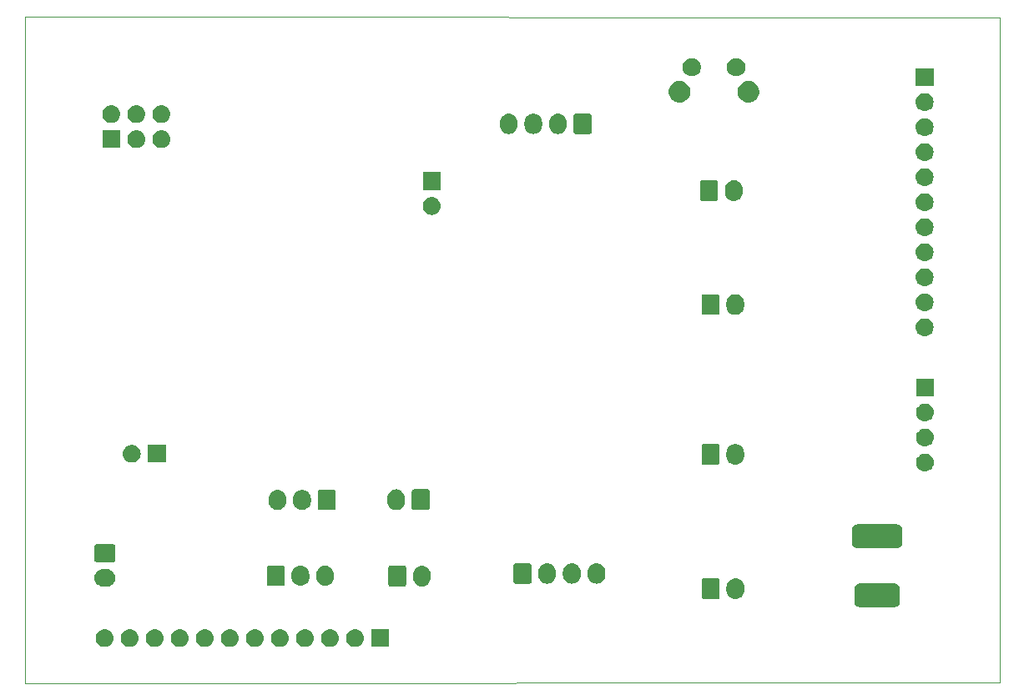
<source format=gbr>
G04 #@! TF.GenerationSoftware,KiCad,Pcbnew,(6.0.0-rc1-dev-1030-g80d50d98b)*
G04 #@! TF.CreationDate,2019-04-03T20:49:05-06:00*
G04 #@! TF.ProjectId,airmed_board_w3.1,6169726D65645F626F6172645F77332E,rev?*
G04 #@! TF.SameCoordinates,Original*
G04 #@! TF.FileFunction,Soldermask,Bot*
G04 #@! TF.FilePolarity,Negative*
%FSLAX46Y46*%
G04 Gerber Fmt 4.6, Leading zero omitted, Abs format (unit mm)*
G04 Created by KiCad (PCBNEW (6.0.0-rc1-dev-1030-g80d50d98b)) date Wednesday, April 03, 2019 at 08:49:05 PM*
%MOMM*%
%LPD*%
G01*
G04 APERTURE LIST*
%ADD10C,0.050000*%
%ADD11C,0.020000*%
G04 APERTURE END LIST*
D10*
X196321680Y-137459720D02*
X97378520Y-137525760D01*
X196321680Y-69966840D02*
X196321680Y-137459720D01*
X97444560Y-69880480D02*
X196321680Y-69966840D01*
X97378520Y-137525760D02*
X97444560Y-69880480D01*
D11*
G36*
X134327200Y-133849680D02*
X132525200Y-133849680D01*
X132525200Y-132047680D01*
X134327200Y-132047680D01*
X134327200Y-133849680D01*
X134327200Y-133849680D01*
G37*
G36*
X130996643Y-132054199D02*
X131062827Y-132060717D01*
X131176053Y-132095064D01*
X131232667Y-132112237D01*
X131371287Y-132186332D01*
X131389191Y-132195902D01*
X131424929Y-132225232D01*
X131526386Y-132308494D01*
X131609648Y-132409951D01*
X131638978Y-132445689D01*
X131638979Y-132445691D01*
X131722643Y-132602213D01*
X131722643Y-132602214D01*
X131774163Y-132772053D01*
X131791559Y-132948680D01*
X131774163Y-133125307D01*
X131739816Y-133238533D01*
X131722643Y-133295147D01*
X131648548Y-133433767D01*
X131638978Y-133451671D01*
X131609648Y-133487409D01*
X131526386Y-133588866D01*
X131424929Y-133672128D01*
X131389191Y-133701458D01*
X131389189Y-133701459D01*
X131232667Y-133785123D01*
X131176053Y-133802296D01*
X131062827Y-133836643D01*
X130996643Y-133843161D01*
X130930460Y-133849680D01*
X130841940Y-133849680D01*
X130775757Y-133843161D01*
X130709573Y-133836643D01*
X130596347Y-133802296D01*
X130539733Y-133785123D01*
X130383211Y-133701459D01*
X130383209Y-133701458D01*
X130347471Y-133672128D01*
X130246014Y-133588866D01*
X130162752Y-133487409D01*
X130133422Y-133451671D01*
X130123852Y-133433767D01*
X130049757Y-133295147D01*
X130032584Y-133238533D01*
X129998237Y-133125307D01*
X129980841Y-132948680D01*
X129998237Y-132772053D01*
X130049757Y-132602214D01*
X130049757Y-132602213D01*
X130133421Y-132445691D01*
X130133422Y-132445689D01*
X130162752Y-132409951D01*
X130246014Y-132308494D01*
X130347471Y-132225232D01*
X130383209Y-132195902D01*
X130401113Y-132186332D01*
X130539733Y-132112237D01*
X130596347Y-132095064D01*
X130709573Y-132060717D01*
X130775757Y-132054199D01*
X130841940Y-132047680D01*
X130930460Y-132047680D01*
X130996643Y-132054199D01*
X130996643Y-132054199D01*
G37*
G36*
X128456643Y-132054199D02*
X128522827Y-132060717D01*
X128636053Y-132095064D01*
X128692667Y-132112237D01*
X128831287Y-132186332D01*
X128849191Y-132195902D01*
X128884929Y-132225232D01*
X128986386Y-132308494D01*
X129069648Y-132409951D01*
X129098978Y-132445689D01*
X129098979Y-132445691D01*
X129182643Y-132602213D01*
X129182643Y-132602214D01*
X129234163Y-132772053D01*
X129251559Y-132948680D01*
X129234163Y-133125307D01*
X129199816Y-133238533D01*
X129182643Y-133295147D01*
X129108548Y-133433767D01*
X129098978Y-133451671D01*
X129069648Y-133487409D01*
X128986386Y-133588866D01*
X128884929Y-133672128D01*
X128849191Y-133701458D01*
X128849189Y-133701459D01*
X128692667Y-133785123D01*
X128636053Y-133802296D01*
X128522827Y-133836643D01*
X128456643Y-133843161D01*
X128390460Y-133849680D01*
X128301940Y-133849680D01*
X128235757Y-133843161D01*
X128169573Y-133836643D01*
X128056347Y-133802296D01*
X127999733Y-133785123D01*
X127843211Y-133701459D01*
X127843209Y-133701458D01*
X127807471Y-133672128D01*
X127706014Y-133588866D01*
X127622752Y-133487409D01*
X127593422Y-133451671D01*
X127583852Y-133433767D01*
X127509757Y-133295147D01*
X127492584Y-133238533D01*
X127458237Y-133125307D01*
X127440841Y-132948680D01*
X127458237Y-132772053D01*
X127509757Y-132602214D01*
X127509757Y-132602213D01*
X127593421Y-132445691D01*
X127593422Y-132445689D01*
X127622752Y-132409951D01*
X127706014Y-132308494D01*
X127807471Y-132225232D01*
X127843209Y-132195902D01*
X127861113Y-132186332D01*
X127999733Y-132112237D01*
X128056347Y-132095064D01*
X128169573Y-132060717D01*
X128235757Y-132054199D01*
X128301940Y-132047680D01*
X128390460Y-132047680D01*
X128456643Y-132054199D01*
X128456643Y-132054199D01*
G37*
G36*
X125916643Y-132054199D02*
X125982827Y-132060717D01*
X126096053Y-132095064D01*
X126152667Y-132112237D01*
X126291287Y-132186332D01*
X126309191Y-132195902D01*
X126344929Y-132225232D01*
X126446386Y-132308494D01*
X126529648Y-132409951D01*
X126558978Y-132445689D01*
X126558979Y-132445691D01*
X126642643Y-132602213D01*
X126642643Y-132602214D01*
X126694163Y-132772053D01*
X126711559Y-132948680D01*
X126694163Y-133125307D01*
X126659816Y-133238533D01*
X126642643Y-133295147D01*
X126568548Y-133433767D01*
X126558978Y-133451671D01*
X126529648Y-133487409D01*
X126446386Y-133588866D01*
X126344929Y-133672128D01*
X126309191Y-133701458D01*
X126309189Y-133701459D01*
X126152667Y-133785123D01*
X126096053Y-133802296D01*
X125982827Y-133836643D01*
X125916643Y-133843161D01*
X125850460Y-133849680D01*
X125761940Y-133849680D01*
X125695757Y-133843161D01*
X125629573Y-133836643D01*
X125516347Y-133802296D01*
X125459733Y-133785123D01*
X125303211Y-133701459D01*
X125303209Y-133701458D01*
X125267471Y-133672128D01*
X125166014Y-133588866D01*
X125082752Y-133487409D01*
X125053422Y-133451671D01*
X125043852Y-133433767D01*
X124969757Y-133295147D01*
X124952584Y-133238533D01*
X124918237Y-133125307D01*
X124900841Y-132948680D01*
X124918237Y-132772053D01*
X124969757Y-132602214D01*
X124969757Y-132602213D01*
X125053421Y-132445691D01*
X125053422Y-132445689D01*
X125082752Y-132409951D01*
X125166014Y-132308494D01*
X125267471Y-132225232D01*
X125303209Y-132195902D01*
X125321113Y-132186332D01*
X125459733Y-132112237D01*
X125516347Y-132095064D01*
X125629573Y-132060717D01*
X125695757Y-132054199D01*
X125761940Y-132047680D01*
X125850460Y-132047680D01*
X125916643Y-132054199D01*
X125916643Y-132054199D01*
G37*
G36*
X123376643Y-132054199D02*
X123442827Y-132060717D01*
X123556053Y-132095064D01*
X123612667Y-132112237D01*
X123751287Y-132186332D01*
X123769191Y-132195902D01*
X123804929Y-132225232D01*
X123906386Y-132308494D01*
X123989648Y-132409951D01*
X124018978Y-132445689D01*
X124018979Y-132445691D01*
X124102643Y-132602213D01*
X124102643Y-132602214D01*
X124154163Y-132772053D01*
X124171559Y-132948680D01*
X124154163Y-133125307D01*
X124119816Y-133238533D01*
X124102643Y-133295147D01*
X124028548Y-133433767D01*
X124018978Y-133451671D01*
X123989648Y-133487409D01*
X123906386Y-133588866D01*
X123804929Y-133672128D01*
X123769191Y-133701458D01*
X123769189Y-133701459D01*
X123612667Y-133785123D01*
X123556053Y-133802296D01*
X123442827Y-133836643D01*
X123376643Y-133843161D01*
X123310460Y-133849680D01*
X123221940Y-133849680D01*
X123155757Y-133843161D01*
X123089573Y-133836643D01*
X122976347Y-133802296D01*
X122919733Y-133785123D01*
X122763211Y-133701459D01*
X122763209Y-133701458D01*
X122727471Y-133672128D01*
X122626014Y-133588866D01*
X122542752Y-133487409D01*
X122513422Y-133451671D01*
X122503852Y-133433767D01*
X122429757Y-133295147D01*
X122412584Y-133238533D01*
X122378237Y-133125307D01*
X122360841Y-132948680D01*
X122378237Y-132772053D01*
X122429757Y-132602214D01*
X122429757Y-132602213D01*
X122513421Y-132445691D01*
X122513422Y-132445689D01*
X122542752Y-132409951D01*
X122626014Y-132308494D01*
X122727471Y-132225232D01*
X122763209Y-132195902D01*
X122781113Y-132186332D01*
X122919733Y-132112237D01*
X122976347Y-132095064D01*
X123089573Y-132060717D01*
X123155757Y-132054199D01*
X123221940Y-132047680D01*
X123310460Y-132047680D01*
X123376643Y-132054199D01*
X123376643Y-132054199D01*
G37*
G36*
X120836643Y-132054199D02*
X120902827Y-132060717D01*
X121016053Y-132095064D01*
X121072667Y-132112237D01*
X121211287Y-132186332D01*
X121229191Y-132195902D01*
X121264929Y-132225232D01*
X121366386Y-132308494D01*
X121449648Y-132409951D01*
X121478978Y-132445689D01*
X121478979Y-132445691D01*
X121562643Y-132602213D01*
X121562643Y-132602214D01*
X121614163Y-132772053D01*
X121631559Y-132948680D01*
X121614163Y-133125307D01*
X121579816Y-133238533D01*
X121562643Y-133295147D01*
X121488548Y-133433767D01*
X121478978Y-133451671D01*
X121449648Y-133487409D01*
X121366386Y-133588866D01*
X121264929Y-133672128D01*
X121229191Y-133701458D01*
X121229189Y-133701459D01*
X121072667Y-133785123D01*
X121016053Y-133802296D01*
X120902827Y-133836643D01*
X120836643Y-133843161D01*
X120770460Y-133849680D01*
X120681940Y-133849680D01*
X120615757Y-133843161D01*
X120549573Y-133836643D01*
X120436347Y-133802296D01*
X120379733Y-133785123D01*
X120223211Y-133701459D01*
X120223209Y-133701458D01*
X120187471Y-133672128D01*
X120086014Y-133588866D01*
X120002752Y-133487409D01*
X119973422Y-133451671D01*
X119963852Y-133433767D01*
X119889757Y-133295147D01*
X119872584Y-133238533D01*
X119838237Y-133125307D01*
X119820841Y-132948680D01*
X119838237Y-132772053D01*
X119889757Y-132602214D01*
X119889757Y-132602213D01*
X119973421Y-132445691D01*
X119973422Y-132445689D01*
X120002752Y-132409951D01*
X120086014Y-132308494D01*
X120187471Y-132225232D01*
X120223209Y-132195902D01*
X120241113Y-132186332D01*
X120379733Y-132112237D01*
X120436347Y-132095064D01*
X120549573Y-132060717D01*
X120615757Y-132054199D01*
X120681940Y-132047680D01*
X120770460Y-132047680D01*
X120836643Y-132054199D01*
X120836643Y-132054199D01*
G37*
G36*
X118296643Y-132054199D02*
X118362827Y-132060717D01*
X118476053Y-132095064D01*
X118532667Y-132112237D01*
X118671287Y-132186332D01*
X118689191Y-132195902D01*
X118724929Y-132225232D01*
X118826386Y-132308494D01*
X118909648Y-132409951D01*
X118938978Y-132445689D01*
X118938979Y-132445691D01*
X119022643Y-132602213D01*
X119022643Y-132602214D01*
X119074163Y-132772053D01*
X119091559Y-132948680D01*
X119074163Y-133125307D01*
X119039816Y-133238533D01*
X119022643Y-133295147D01*
X118948548Y-133433767D01*
X118938978Y-133451671D01*
X118909648Y-133487409D01*
X118826386Y-133588866D01*
X118724929Y-133672128D01*
X118689191Y-133701458D01*
X118689189Y-133701459D01*
X118532667Y-133785123D01*
X118476053Y-133802296D01*
X118362827Y-133836643D01*
X118296643Y-133843161D01*
X118230460Y-133849680D01*
X118141940Y-133849680D01*
X118075757Y-133843161D01*
X118009573Y-133836643D01*
X117896347Y-133802296D01*
X117839733Y-133785123D01*
X117683211Y-133701459D01*
X117683209Y-133701458D01*
X117647471Y-133672128D01*
X117546014Y-133588866D01*
X117462752Y-133487409D01*
X117433422Y-133451671D01*
X117423852Y-133433767D01*
X117349757Y-133295147D01*
X117332584Y-133238533D01*
X117298237Y-133125307D01*
X117280841Y-132948680D01*
X117298237Y-132772053D01*
X117349757Y-132602214D01*
X117349757Y-132602213D01*
X117433421Y-132445691D01*
X117433422Y-132445689D01*
X117462752Y-132409951D01*
X117546014Y-132308494D01*
X117647471Y-132225232D01*
X117683209Y-132195902D01*
X117701113Y-132186332D01*
X117839733Y-132112237D01*
X117896347Y-132095064D01*
X118009573Y-132060717D01*
X118075757Y-132054199D01*
X118141940Y-132047680D01*
X118230460Y-132047680D01*
X118296643Y-132054199D01*
X118296643Y-132054199D01*
G37*
G36*
X115756643Y-132054199D02*
X115822827Y-132060717D01*
X115936053Y-132095064D01*
X115992667Y-132112237D01*
X116131287Y-132186332D01*
X116149191Y-132195902D01*
X116184929Y-132225232D01*
X116286386Y-132308494D01*
X116369648Y-132409951D01*
X116398978Y-132445689D01*
X116398979Y-132445691D01*
X116482643Y-132602213D01*
X116482643Y-132602214D01*
X116534163Y-132772053D01*
X116551559Y-132948680D01*
X116534163Y-133125307D01*
X116499816Y-133238533D01*
X116482643Y-133295147D01*
X116408548Y-133433767D01*
X116398978Y-133451671D01*
X116369648Y-133487409D01*
X116286386Y-133588866D01*
X116184929Y-133672128D01*
X116149191Y-133701458D01*
X116149189Y-133701459D01*
X115992667Y-133785123D01*
X115936053Y-133802296D01*
X115822827Y-133836643D01*
X115756643Y-133843161D01*
X115690460Y-133849680D01*
X115601940Y-133849680D01*
X115535757Y-133843161D01*
X115469573Y-133836643D01*
X115356347Y-133802296D01*
X115299733Y-133785123D01*
X115143211Y-133701459D01*
X115143209Y-133701458D01*
X115107471Y-133672128D01*
X115006014Y-133588866D01*
X114922752Y-133487409D01*
X114893422Y-133451671D01*
X114883852Y-133433767D01*
X114809757Y-133295147D01*
X114792584Y-133238533D01*
X114758237Y-133125307D01*
X114740841Y-132948680D01*
X114758237Y-132772053D01*
X114809757Y-132602214D01*
X114809757Y-132602213D01*
X114893421Y-132445691D01*
X114893422Y-132445689D01*
X114922752Y-132409951D01*
X115006014Y-132308494D01*
X115107471Y-132225232D01*
X115143209Y-132195902D01*
X115161113Y-132186332D01*
X115299733Y-132112237D01*
X115356347Y-132095064D01*
X115469573Y-132060717D01*
X115535757Y-132054199D01*
X115601940Y-132047680D01*
X115690460Y-132047680D01*
X115756643Y-132054199D01*
X115756643Y-132054199D01*
G37*
G36*
X113216643Y-132054199D02*
X113282827Y-132060717D01*
X113396053Y-132095064D01*
X113452667Y-132112237D01*
X113591287Y-132186332D01*
X113609191Y-132195902D01*
X113644929Y-132225232D01*
X113746386Y-132308494D01*
X113829648Y-132409951D01*
X113858978Y-132445689D01*
X113858979Y-132445691D01*
X113942643Y-132602213D01*
X113942643Y-132602214D01*
X113994163Y-132772053D01*
X114011559Y-132948680D01*
X113994163Y-133125307D01*
X113959816Y-133238533D01*
X113942643Y-133295147D01*
X113868548Y-133433767D01*
X113858978Y-133451671D01*
X113829648Y-133487409D01*
X113746386Y-133588866D01*
X113644929Y-133672128D01*
X113609191Y-133701458D01*
X113609189Y-133701459D01*
X113452667Y-133785123D01*
X113396053Y-133802296D01*
X113282827Y-133836643D01*
X113216643Y-133843161D01*
X113150460Y-133849680D01*
X113061940Y-133849680D01*
X112995757Y-133843161D01*
X112929573Y-133836643D01*
X112816347Y-133802296D01*
X112759733Y-133785123D01*
X112603211Y-133701459D01*
X112603209Y-133701458D01*
X112567471Y-133672128D01*
X112466014Y-133588866D01*
X112382752Y-133487409D01*
X112353422Y-133451671D01*
X112343852Y-133433767D01*
X112269757Y-133295147D01*
X112252584Y-133238533D01*
X112218237Y-133125307D01*
X112200841Y-132948680D01*
X112218237Y-132772053D01*
X112269757Y-132602214D01*
X112269757Y-132602213D01*
X112353421Y-132445691D01*
X112353422Y-132445689D01*
X112382752Y-132409951D01*
X112466014Y-132308494D01*
X112567471Y-132225232D01*
X112603209Y-132195902D01*
X112621113Y-132186332D01*
X112759733Y-132112237D01*
X112816347Y-132095064D01*
X112929573Y-132060717D01*
X112995757Y-132054199D01*
X113061940Y-132047680D01*
X113150460Y-132047680D01*
X113216643Y-132054199D01*
X113216643Y-132054199D01*
G37*
G36*
X110676643Y-132054199D02*
X110742827Y-132060717D01*
X110856053Y-132095064D01*
X110912667Y-132112237D01*
X111051287Y-132186332D01*
X111069191Y-132195902D01*
X111104929Y-132225232D01*
X111206386Y-132308494D01*
X111289648Y-132409951D01*
X111318978Y-132445689D01*
X111318979Y-132445691D01*
X111402643Y-132602213D01*
X111402643Y-132602214D01*
X111454163Y-132772053D01*
X111471559Y-132948680D01*
X111454163Y-133125307D01*
X111419816Y-133238533D01*
X111402643Y-133295147D01*
X111328548Y-133433767D01*
X111318978Y-133451671D01*
X111289648Y-133487409D01*
X111206386Y-133588866D01*
X111104929Y-133672128D01*
X111069191Y-133701458D01*
X111069189Y-133701459D01*
X110912667Y-133785123D01*
X110856053Y-133802296D01*
X110742827Y-133836643D01*
X110676643Y-133843161D01*
X110610460Y-133849680D01*
X110521940Y-133849680D01*
X110455757Y-133843161D01*
X110389573Y-133836643D01*
X110276347Y-133802296D01*
X110219733Y-133785123D01*
X110063211Y-133701459D01*
X110063209Y-133701458D01*
X110027471Y-133672128D01*
X109926014Y-133588866D01*
X109842752Y-133487409D01*
X109813422Y-133451671D01*
X109803852Y-133433767D01*
X109729757Y-133295147D01*
X109712584Y-133238533D01*
X109678237Y-133125307D01*
X109660841Y-132948680D01*
X109678237Y-132772053D01*
X109729757Y-132602214D01*
X109729757Y-132602213D01*
X109813421Y-132445691D01*
X109813422Y-132445689D01*
X109842752Y-132409951D01*
X109926014Y-132308494D01*
X110027471Y-132225232D01*
X110063209Y-132195902D01*
X110081113Y-132186332D01*
X110219733Y-132112237D01*
X110276347Y-132095064D01*
X110389573Y-132060717D01*
X110455757Y-132054199D01*
X110521940Y-132047680D01*
X110610460Y-132047680D01*
X110676643Y-132054199D01*
X110676643Y-132054199D01*
G37*
G36*
X108136643Y-132054199D02*
X108202827Y-132060717D01*
X108316053Y-132095064D01*
X108372667Y-132112237D01*
X108511287Y-132186332D01*
X108529191Y-132195902D01*
X108564929Y-132225232D01*
X108666386Y-132308494D01*
X108749648Y-132409951D01*
X108778978Y-132445689D01*
X108778979Y-132445691D01*
X108862643Y-132602213D01*
X108862643Y-132602214D01*
X108914163Y-132772053D01*
X108931559Y-132948680D01*
X108914163Y-133125307D01*
X108879816Y-133238533D01*
X108862643Y-133295147D01*
X108788548Y-133433767D01*
X108778978Y-133451671D01*
X108749648Y-133487409D01*
X108666386Y-133588866D01*
X108564929Y-133672128D01*
X108529191Y-133701458D01*
X108529189Y-133701459D01*
X108372667Y-133785123D01*
X108316053Y-133802296D01*
X108202827Y-133836643D01*
X108136643Y-133843161D01*
X108070460Y-133849680D01*
X107981940Y-133849680D01*
X107915757Y-133843161D01*
X107849573Y-133836643D01*
X107736347Y-133802296D01*
X107679733Y-133785123D01*
X107523211Y-133701459D01*
X107523209Y-133701458D01*
X107487471Y-133672128D01*
X107386014Y-133588866D01*
X107302752Y-133487409D01*
X107273422Y-133451671D01*
X107263852Y-133433767D01*
X107189757Y-133295147D01*
X107172584Y-133238533D01*
X107138237Y-133125307D01*
X107120841Y-132948680D01*
X107138237Y-132772053D01*
X107189757Y-132602214D01*
X107189757Y-132602213D01*
X107273421Y-132445691D01*
X107273422Y-132445689D01*
X107302752Y-132409951D01*
X107386014Y-132308494D01*
X107487471Y-132225232D01*
X107523209Y-132195902D01*
X107541113Y-132186332D01*
X107679733Y-132112237D01*
X107736347Y-132095064D01*
X107849573Y-132060717D01*
X107915757Y-132054199D01*
X107981940Y-132047680D01*
X108070460Y-132047680D01*
X108136643Y-132054199D01*
X108136643Y-132054199D01*
G37*
G36*
X105596643Y-132054199D02*
X105662827Y-132060717D01*
X105776053Y-132095064D01*
X105832667Y-132112237D01*
X105971287Y-132186332D01*
X105989191Y-132195902D01*
X106024929Y-132225232D01*
X106126386Y-132308494D01*
X106209648Y-132409951D01*
X106238978Y-132445689D01*
X106238979Y-132445691D01*
X106322643Y-132602213D01*
X106322643Y-132602214D01*
X106374163Y-132772053D01*
X106391559Y-132948680D01*
X106374163Y-133125307D01*
X106339816Y-133238533D01*
X106322643Y-133295147D01*
X106248548Y-133433767D01*
X106238978Y-133451671D01*
X106209648Y-133487409D01*
X106126386Y-133588866D01*
X106024929Y-133672128D01*
X105989191Y-133701458D01*
X105989189Y-133701459D01*
X105832667Y-133785123D01*
X105776053Y-133802296D01*
X105662827Y-133836643D01*
X105596643Y-133843161D01*
X105530460Y-133849680D01*
X105441940Y-133849680D01*
X105375757Y-133843161D01*
X105309573Y-133836643D01*
X105196347Y-133802296D01*
X105139733Y-133785123D01*
X104983211Y-133701459D01*
X104983209Y-133701458D01*
X104947471Y-133672128D01*
X104846014Y-133588866D01*
X104762752Y-133487409D01*
X104733422Y-133451671D01*
X104723852Y-133433767D01*
X104649757Y-133295147D01*
X104632584Y-133238533D01*
X104598237Y-133125307D01*
X104580841Y-132948680D01*
X104598237Y-132772053D01*
X104649757Y-132602214D01*
X104649757Y-132602213D01*
X104733421Y-132445691D01*
X104733422Y-132445689D01*
X104762752Y-132409951D01*
X104846014Y-132308494D01*
X104947471Y-132225232D01*
X104983209Y-132195902D01*
X105001113Y-132186332D01*
X105139733Y-132112237D01*
X105196347Y-132095064D01*
X105309573Y-132060717D01*
X105375757Y-132054199D01*
X105441940Y-132047680D01*
X105530460Y-132047680D01*
X105596643Y-132054199D01*
X105596643Y-132054199D01*
G37*
G36*
X185723202Y-127421570D02*
X185824010Y-127452151D01*
X185916919Y-127501812D01*
X185998356Y-127568644D01*
X186065188Y-127650081D01*
X186114849Y-127742990D01*
X186145430Y-127843798D01*
X186156360Y-127954780D01*
X186156360Y-129268500D01*
X186145430Y-129379482D01*
X186114849Y-129480290D01*
X186065188Y-129573199D01*
X185998356Y-129654636D01*
X185916919Y-129721468D01*
X185824010Y-129771129D01*
X185723202Y-129801710D01*
X185612220Y-129812640D01*
X182098500Y-129812640D01*
X181987518Y-129801710D01*
X181886710Y-129771129D01*
X181793801Y-129721468D01*
X181712364Y-129654636D01*
X181645532Y-129573199D01*
X181595871Y-129480290D01*
X181565290Y-129379482D01*
X181554360Y-129268500D01*
X181554360Y-127954780D01*
X181565290Y-127843798D01*
X181595871Y-127742990D01*
X181645532Y-127650081D01*
X181712364Y-127568644D01*
X181793801Y-127501812D01*
X181886710Y-127452151D01*
X181987518Y-127421570D01*
X182098500Y-127410640D01*
X185612220Y-127410640D01*
X185723202Y-127421570D01*
X185723202Y-127421570D01*
G37*
G36*
X169653686Y-126906917D02*
X169766912Y-126941264D01*
X169823526Y-126958437D01*
X169980049Y-127042101D01*
X170117246Y-127154694D01*
X170196508Y-127251276D01*
X170229838Y-127291889D01*
X170229839Y-127291891D01*
X170313503Y-127448413D01*
X170326595Y-127491571D01*
X170365023Y-127618253D01*
X170370860Y-127677520D01*
X170374552Y-127714999D01*
X170378060Y-127750622D01*
X170378060Y-128139137D01*
X170365023Y-128271506D01*
X170313503Y-128441346D01*
X170229838Y-128597871D01*
X170229837Y-128597872D01*
X170117246Y-128735066D01*
X170022311Y-128812976D01*
X169980051Y-128847658D01*
X169980049Y-128847659D01*
X169823527Y-128931323D01*
X169782794Y-128943679D01*
X169653687Y-128982843D01*
X169477060Y-129000239D01*
X169300434Y-128982843D01*
X169171327Y-128943679D01*
X169130594Y-128931323D01*
X168974072Y-128847659D01*
X168974070Y-128847658D01*
X168836876Y-128735066D01*
X168836872Y-128735063D01*
X168724282Y-128597872D01*
X168640617Y-128441347D01*
X168623444Y-128384733D01*
X168589097Y-128271507D01*
X168576060Y-128139138D01*
X168576060Y-127750623D01*
X168576697Y-127744160D01*
X168587449Y-127634988D01*
X168589097Y-127618254D01*
X168638210Y-127456350D01*
X168640617Y-127448414D01*
X168724281Y-127291891D01*
X168836874Y-127154694D01*
X168938331Y-127071432D01*
X168974069Y-127042102D01*
X169015821Y-127019785D01*
X169130593Y-126958437D01*
X169187207Y-126941264D01*
X169300433Y-126906917D01*
X169477060Y-126889521D01*
X169653686Y-126906917D01*
X169653686Y-126906917D01*
G37*
G36*
X167735660Y-126897869D02*
X167768709Y-126907894D01*
X167799166Y-126924174D01*
X167825859Y-126946081D01*
X167847766Y-126972774D01*
X167864046Y-127003231D01*
X167874071Y-127036280D01*
X167878060Y-127076784D01*
X167878060Y-128812976D01*
X167874071Y-128853480D01*
X167864046Y-128886529D01*
X167847766Y-128916986D01*
X167825859Y-128943679D01*
X167799166Y-128965586D01*
X167768709Y-128981866D01*
X167735660Y-128991891D01*
X167695156Y-128995880D01*
X166258964Y-128995880D01*
X166218460Y-128991891D01*
X166185411Y-128981866D01*
X166154954Y-128965586D01*
X166128261Y-128943679D01*
X166106354Y-128916986D01*
X166090074Y-128886529D01*
X166080049Y-128853480D01*
X166076060Y-128812976D01*
X166076060Y-127076784D01*
X166080049Y-127036280D01*
X166090074Y-127003231D01*
X166106354Y-126972774D01*
X166128261Y-126946081D01*
X166154954Y-126924174D01*
X166185411Y-126907894D01*
X166218460Y-126897869D01*
X166258964Y-126893880D01*
X167695156Y-126893880D01*
X167735660Y-126897869D01*
X167735660Y-126897869D01*
G37*
G36*
X105782202Y-125948678D02*
X105848387Y-125955197D01*
X105961613Y-125989544D01*
X106018227Y-126006717D01*
X106156847Y-126080812D01*
X106174751Y-126090382D01*
X106194459Y-126106556D01*
X106311946Y-126202974D01*
X106395208Y-126304431D01*
X106424538Y-126340169D01*
X106424539Y-126340171D01*
X106508203Y-126496693D01*
X106508203Y-126496694D01*
X106559723Y-126666533D01*
X106577119Y-126843160D01*
X106559723Y-127019787D01*
X106533212Y-127107181D01*
X106508203Y-127189627D01*
X106464926Y-127270591D01*
X106424538Y-127346151D01*
X106417041Y-127355286D01*
X106311946Y-127483346D01*
X106235833Y-127545809D01*
X106174751Y-127595938D01*
X106174749Y-127595939D01*
X106018227Y-127679603D01*
X105982409Y-127690468D01*
X105848387Y-127731123D01*
X105782203Y-127737641D01*
X105716020Y-127744160D01*
X105327500Y-127744160D01*
X105261317Y-127737641D01*
X105195133Y-127731123D01*
X105061111Y-127690468D01*
X105025293Y-127679603D01*
X104868771Y-127595939D01*
X104868769Y-127595938D01*
X104807687Y-127545809D01*
X104731574Y-127483346D01*
X104626479Y-127355286D01*
X104618982Y-127346151D01*
X104578594Y-127270591D01*
X104535317Y-127189627D01*
X104510308Y-127107181D01*
X104483797Y-127019787D01*
X104466401Y-126843160D01*
X104483797Y-126666533D01*
X104535317Y-126496694D01*
X104535317Y-126496693D01*
X104618981Y-126340171D01*
X104618982Y-126340169D01*
X104648312Y-126304431D01*
X104731574Y-126202974D01*
X104849061Y-126106556D01*
X104868769Y-126090382D01*
X104886673Y-126080812D01*
X105025293Y-126006717D01*
X105081907Y-125989544D01*
X105195133Y-125955197D01*
X105261318Y-125948678D01*
X105327500Y-125942160D01*
X105716020Y-125942160D01*
X105782202Y-125948678D01*
X105782202Y-125948678D01*
G37*
G36*
X137855426Y-125621677D02*
X137966467Y-125655361D01*
X138025266Y-125673197D01*
X138181789Y-125756861D01*
X138318986Y-125869454D01*
X138378653Y-125942160D01*
X138431578Y-126006649D01*
X138431579Y-126006651D01*
X138515243Y-126163173D01*
X138532416Y-126219787D01*
X138566763Y-126333013D01*
X138566763Y-126333015D01*
X138579261Y-126459903D01*
X138579800Y-126465382D01*
X138579800Y-126853897D01*
X138566763Y-126986266D01*
X138515243Y-127156106D01*
X138431578Y-127312631D01*
X138421567Y-127324829D01*
X138318986Y-127449826D01*
X138224051Y-127527736D01*
X138181791Y-127562418D01*
X138181789Y-127562419D01*
X138025267Y-127646083D01*
X137968653Y-127663256D01*
X137855427Y-127697603D01*
X137678800Y-127714999D01*
X137502174Y-127697603D01*
X137388948Y-127663256D01*
X137332334Y-127646083D01*
X137175812Y-127562419D01*
X137175810Y-127562418D01*
X137065947Y-127472256D01*
X137038612Y-127449823D01*
X136926022Y-127312632D01*
X136842357Y-127156107D01*
X136812436Y-127057469D01*
X136790837Y-126986267D01*
X136781738Y-126893880D01*
X136777800Y-126853900D01*
X136777800Y-126465381D01*
X136790837Y-126333016D01*
X136790837Y-126333014D01*
X136842357Y-126163175D01*
X136842357Y-126163174D01*
X136926021Y-126006651D01*
X137038614Y-125869454D01*
X137147385Y-125780189D01*
X137175809Y-125756862D01*
X137196953Y-125745560D01*
X137332333Y-125673197D01*
X137391132Y-125655361D01*
X137502173Y-125621677D01*
X137678800Y-125604281D01*
X137855426Y-125621677D01*
X137855426Y-125621677D01*
G37*
G36*
X135937400Y-125612629D02*
X135970449Y-125622654D01*
X136000906Y-125638934D01*
X136027599Y-125660841D01*
X136049506Y-125687534D01*
X136065786Y-125717991D01*
X136075811Y-125751040D01*
X136079800Y-125791544D01*
X136079800Y-127527736D01*
X136075811Y-127568240D01*
X136065786Y-127601289D01*
X136049506Y-127631746D01*
X136027599Y-127658439D01*
X136000906Y-127680346D01*
X135970449Y-127696626D01*
X135937400Y-127706651D01*
X135896896Y-127710640D01*
X134460704Y-127710640D01*
X134420200Y-127706651D01*
X134387151Y-127696626D01*
X134356694Y-127680346D01*
X134330001Y-127658439D01*
X134308094Y-127631746D01*
X134291814Y-127601289D01*
X134281789Y-127568240D01*
X134277800Y-127527736D01*
X134277800Y-125791544D01*
X134281789Y-125751040D01*
X134291814Y-125717991D01*
X134308094Y-125687534D01*
X134330001Y-125660841D01*
X134356694Y-125638934D01*
X134387151Y-125622654D01*
X134420200Y-125612629D01*
X134460704Y-125608640D01*
X135896896Y-125608640D01*
X135937400Y-125612629D01*
X135937400Y-125612629D01*
G37*
G36*
X128031346Y-125616197D02*
X128144572Y-125650544D01*
X128201186Y-125667717D01*
X128357709Y-125751381D01*
X128494906Y-125863974D01*
X128578168Y-125965431D01*
X128607498Y-126001169D01*
X128607499Y-126001171D01*
X128691163Y-126157693D01*
X128692826Y-126163175D01*
X128742683Y-126327533D01*
X128743928Y-126340171D01*
X128755720Y-126459900D01*
X128755720Y-126798419D01*
X128749201Y-126864602D01*
X128742683Y-126930786D01*
X128691163Y-127100626D01*
X128607498Y-127257151D01*
X128578989Y-127291889D01*
X128494906Y-127394346D01*
X128399971Y-127472256D01*
X128357711Y-127506938D01*
X128357709Y-127506939D01*
X128201187Y-127590603D01*
X128183596Y-127595939D01*
X128031347Y-127642123D01*
X127854720Y-127659519D01*
X127678094Y-127642123D01*
X127525845Y-127595939D01*
X127508254Y-127590603D01*
X127351732Y-127506939D01*
X127351730Y-127506938D01*
X127256869Y-127429088D01*
X127214532Y-127394343D01*
X127101942Y-127257152D01*
X127018277Y-127100627D01*
X126983587Y-126986267D01*
X126966757Y-126930787D01*
X126953720Y-126798418D01*
X126953720Y-126459903D01*
X126966757Y-126327534D01*
X127004542Y-126202974D01*
X127018277Y-126157694D01*
X127101941Y-126001171D01*
X127214534Y-125863974D01*
X127326327Y-125772229D01*
X127351729Y-125751382D01*
X127398440Y-125726414D01*
X127508253Y-125667717D01*
X127564867Y-125650544D01*
X127678093Y-125616197D01*
X127854720Y-125598801D01*
X128031346Y-125616197D01*
X128031346Y-125616197D01*
G37*
G36*
X125531346Y-125616197D02*
X125644572Y-125650544D01*
X125701186Y-125667717D01*
X125857709Y-125751381D01*
X125994906Y-125863974D01*
X126078168Y-125965431D01*
X126107498Y-126001169D01*
X126107499Y-126001171D01*
X126191163Y-126157693D01*
X126192826Y-126163175D01*
X126242683Y-126327533D01*
X126243928Y-126340171D01*
X126255720Y-126459900D01*
X126255720Y-126798419D01*
X126249201Y-126864602D01*
X126242683Y-126930786D01*
X126191163Y-127100626D01*
X126107498Y-127257151D01*
X126078989Y-127291889D01*
X125994906Y-127394346D01*
X125899971Y-127472256D01*
X125857711Y-127506938D01*
X125857709Y-127506939D01*
X125701187Y-127590603D01*
X125683596Y-127595939D01*
X125531347Y-127642123D01*
X125354720Y-127659519D01*
X125178094Y-127642123D01*
X125025845Y-127595939D01*
X125008254Y-127590603D01*
X124851732Y-127506939D01*
X124851730Y-127506938D01*
X124756869Y-127429088D01*
X124714532Y-127394343D01*
X124601942Y-127257152D01*
X124518277Y-127100627D01*
X124483587Y-126986267D01*
X124466757Y-126930787D01*
X124453720Y-126798418D01*
X124453720Y-126459903D01*
X124466757Y-126327534D01*
X124504542Y-126202974D01*
X124518277Y-126157694D01*
X124601941Y-126001171D01*
X124714534Y-125863974D01*
X124826327Y-125772229D01*
X124851729Y-125751382D01*
X124898440Y-125726414D01*
X125008253Y-125667717D01*
X125064867Y-125650544D01*
X125178093Y-125616197D01*
X125354720Y-125598801D01*
X125531346Y-125616197D01*
X125531346Y-125616197D01*
G37*
G36*
X123613320Y-125607149D02*
X123646369Y-125617174D01*
X123676826Y-125633454D01*
X123703519Y-125655361D01*
X123725426Y-125682054D01*
X123741706Y-125712511D01*
X123751731Y-125745560D01*
X123755720Y-125786064D01*
X123755720Y-127472256D01*
X123751731Y-127512760D01*
X123741706Y-127545809D01*
X123725426Y-127576266D01*
X123703519Y-127602959D01*
X123676826Y-127624866D01*
X123646369Y-127641146D01*
X123613320Y-127651171D01*
X123572816Y-127655160D01*
X122136624Y-127655160D01*
X122096120Y-127651171D01*
X122063071Y-127641146D01*
X122032614Y-127624866D01*
X122005921Y-127602959D01*
X121984014Y-127576266D01*
X121967734Y-127545809D01*
X121957709Y-127512760D01*
X121953720Y-127472256D01*
X121953720Y-125786064D01*
X121957709Y-125745560D01*
X121967734Y-125712511D01*
X121984014Y-125682054D01*
X122005921Y-125655361D01*
X122032614Y-125633454D01*
X122063071Y-125617174D01*
X122096120Y-125607149D01*
X122136624Y-125603160D01*
X123572816Y-125603160D01*
X123613320Y-125607149D01*
X123613320Y-125607149D01*
G37*
G36*
X155560506Y-125395217D02*
X155673732Y-125429564D01*
X155730346Y-125446737D01*
X155886869Y-125530401D01*
X156024066Y-125642994D01*
X156092526Y-125726414D01*
X156136658Y-125780189D01*
X156136659Y-125780191D01*
X156220323Y-125936713D01*
X156221975Y-125942160D01*
X156271843Y-126106553D01*
X156271843Y-126106555D01*
X156281340Y-126202974D01*
X156284880Y-126238922D01*
X156284880Y-126577437D01*
X156271843Y-126709806D01*
X156220323Y-126879646D01*
X156136658Y-127036171D01*
X156119179Y-127057469D01*
X156024066Y-127173366D01*
X155929131Y-127251276D01*
X155886871Y-127285958D01*
X155886869Y-127285959D01*
X155730347Y-127369623D01*
X155689614Y-127381979D01*
X155560507Y-127421143D01*
X155383880Y-127438539D01*
X155207254Y-127421143D01*
X155078147Y-127381979D01*
X155037414Y-127369623D01*
X154880892Y-127285959D01*
X154880890Y-127285958D01*
X154743696Y-127173366D01*
X154743692Y-127173363D01*
X154631102Y-127036172D01*
X154547437Y-126879647D01*
X154530264Y-126823033D01*
X154495917Y-126709807D01*
X154482880Y-126577438D01*
X154482880Y-126238923D01*
X154486421Y-126202975D01*
X154495917Y-126106556D01*
X154495917Y-126106554D01*
X154530264Y-125993328D01*
X154547437Y-125936714D01*
X154631101Y-125780191D01*
X154743694Y-125642994D01*
X154845151Y-125559732D01*
X154880889Y-125530402D01*
X154898793Y-125520832D01*
X155037413Y-125446737D01*
X155094027Y-125429564D01*
X155207253Y-125395217D01*
X155383880Y-125377821D01*
X155560506Y-125395217D01*
X155560506Y-125395217D01*
G37*
G36*
X153060506Y-125395217D02*
X153173732Y-125429564D01*
X153230346Y-125446737D01*
X153386869Y-125530401D01*
X153524066Y-125642994D01*
X153592526Y-125726414D01*
X153636658Y-125780189D01*
X153636659Y-125780191D01*
X153720323Y-125936713D01*
X153721975Y-125942160D01*
X153771843Y-126106553D01*
X153771843Y-126106555D01*
X153781340Y-126202974D01*
X153784880Y-126238922D01*
X153784880Y-126577437D01*
X153771843Y-126709806D01*
X153720323Y-126879646D01*
X153636658Y-127036171D01*
X153619179Y-127057469D01*
X153524066Y-127173366D01*
X153429131Y-127251276D01*
X153386871Y-127285958D01*
X153386869Y-127285959D01*
X153230347Y-127369623D01*
X153189614Y-127381979D01*
X153060507Y-127421143D01*
X152883880Y-127438539D01*
X152707254Y-127421143D01*
X152578147Y-127381979D01*
X152537414Y-127369623D01*
X152380892Y-127285959D01*
X152380890Y-127285958D01*
X152243696Y-127173366D01*
X152243692Y-127173363D01*
X152131102Y-127036172D01*
X152047437Y-126879647D01*
X152030264Y-126823033D01*
X151995917Y-126709807D01*
X151982880Y-126577438D01*
X151982880Y-126238923D01*
X151986421Y-126202975D01*
X151995917Y-126106556D01*
X151995917Y-126106554D01*
X152030264Y-125993328D01*
X152047437Y-125936714D01*
X152131101Y-125780191D01*
X152243694Y-125642994D01*
X152345151Y-125559732D01*
X152380889Y-125530402D01*
X152398793Y-125520832D01*
X152537413Y-125446737D01*
X152594027Y-125429564D01*
X152707253Y-125395217D01*
X152883880Y-125377821D01*
X153060506Y-125395217D01*
X153060506Y-125395217D01*
G37*
G36*
X150560506Y-125395217D02*
X150673732Y-125429564D01*
X150730346Y-125446737D01*
X150886869Y-125530401D01*
X151024066Y-125642994D01*
X151092526Y-125726414D01*
X151136658Y-125780189D01*
X151136659Y-125780191D01*
X151220323Y-125936713D01*
X151221975Y-125942160D01*
X151271843Y-126106553D01*
X151271843Y-126106555D01*
X151281340Y-126202974D01*
X151284880Y-126238922D01*
X151284880Y-126577437D01*
X151271843Y-126709806D01*
X151220323Y-126879646D01*
X151136658Y-127036171D01*
X151119179Y-127057469D01*
X151024066Y-127173366D01*
X150929131Y-127251276D01*
X150886871Y-127285958D01*
X150886869Y-127285959D01*
X150730347Y-127369623D01*
X150689614Y-127381979D01*
X150560507Y-127421143D01*
X150383880Y-127438539D01*
X150207254Y-127421143D01*
X150078147Y-127381979D01*
X150037414Y-127369623D01*
X149880892Y-127285959D01*
X149880890Y-127285958D01*
X149743696Y-127173366D01*
X149743692Y-127173363D01*
X149631102Y-127036172D01*
X149547437Y-126879647D01*
X149530264Y-126823033D01*
X149495917Y-126709807D01*
X149482880Y-126577438D01*
X149482880Y-126238923D01*
X149486421Y-126202975D01*
X149495917Y-126106556D01*
X149495917Y-126106554D01*
X149530264Y-125993328D01*
X149547437Y-125936714D01*
X149631101Y-125780191D01*
X149743694Y-125642994D01*
X149845151Y-125559732D01*
X149880889Y-125530402D01*
X149898793Y-125520832D01*
X150037413Y-125446737D01*
X150094027Y-125429564D01*
X150207253Y-125395217D01*
X150383880Y-125377821D01*
X150560506Y-125395217D01*
X150560506Y-125395217D01*
G37*
G36*
X148642480Y-125386169D02*
X148675529Y-125396194D01*
X148705986Y-125412474D01*
X148732679Y-125434381D01*
X148754586Y-125461074D01*
X148770866Y-125491531D01*
X148780891Y-125524580D01*
X148784880Y-125565084D01*
X148784880Y-127251276D01*
X148780891Y-127291780D01*
X148770866Y-127324829D01*
X148754586Y-127355286D01*
X148732679Y-127381979D01*
X148705986Y-127403886D01*
X148675529Y-127420166D01*
X148642480Y-127430191D01*
X148601976Y-127434180D01*
X147165784Y-127434180D01*
X147125280Y-127430191D01*
X147092231Y-127420166D01*
X147061774Y-127403886D01*
X147035081Y-127381979D01*
X147013174Y-127355286D01*
X146996894Y-127324829D01*
X146986869Y-127291780D01*
X146982880Y-127251276D01*
X146982880Y-125565084D01*
X146986869Y-125524580D01*
X146996894Y-125491531D01*
X147013174Y-125461074D01*
X147035081Y-125434381D01*
X147061774Y-125412474D01*
X147092231Y-125396194D01*
X147125280Y-125386169D01*
X147165784Y-125382180D01*
X148601976Y-125382180D01*
X148642480Y-125386169D01*
X148642480Y-125386169D01*
G37*
G36*
X106430360Y-123446149D02*
X106463409Y-123456174D01*
X106493866Y-123472454D01*
X106520559Y-123494361D01*
X106542466Y-123521054D01*
X106558746Y-123551511D01*
X106568771Y-123584560D01*
X106572760Y-123625064D01*
X106572760Y-125061256D01*
X106568771Y-125101760D01*
X106558746Y-125134809D01*
X106542466Y-125165266D01*
X106520559Y-125191959D01*
X106493866Y-125213866D01*
X106463409Y-125230146D01*
X106430360Y-125240171D01*
X106389856Y-125244160D01*
X104653664Y-125244160D01*
X104613160Y-125240171D01*
X104580111Y-125230146D01*
X104549654Y-125213866D01*
X104522961Y-125191959D01*
X104501054Y-125165266D01*
X104484774Y-125134809D01*
X104474749Y-125101760D01*
X104470760Y-125061256D01*
X104470760Y-123625064D01*
X104474749Y-123584560D01*
X104484774Y-123551511D01*
X104501054Y-123521054D01*
X104522961Y-123494361D01*
X104549654Y-123472454D01*
X104580111Y-123456174D01*
X104613160Y-123446149D01*
X104653664Y-123442160D01*
X106389856Y-123442160D01*
X106430360Y-123446149D01*
X106430360Y-123446149D01*
G37*
G36*
X185973202Y-121421570D02*
X186074010Y-121452151D01*
X186166919Y-121501812D01*
X186248356Y-121568644D01*
X186315188Y-121650081D01*
X186364849Y-121742990D01*
X186395430Y-121843798D01*
X186406360Y-121954780D01*
X186406360Y-123268500D01*
X186395430Y-123379482D01*
X186364849Y-123480290D01*
X186315188Y-123573199D01*
X186248356Y-123654636D01*
X186166919Y-123721468D01*
X186074010Y-123771129D01*
X185973202Y-123801710D01*
X185862220Y-123812640D01*
X181848500Y-123812640D01*
X181737518Y-123801710D01*
X181636710Y-123771129D01*
X181543801Y-123721468D01*
X181462364Y-123654636D01*
X181395532Y-123573199D01*
X181345871Y-123480290D01*
X181315290Y-123379482D01*
X181304360Y-123268500D01*
X181304360Y-121954780D01*
X181315290Y-121843798D01*
X181345871Y-121742990D01*
X181395532Y-121650081D01*
X181462364Y-121568644D01*
X181543801Y-121501812D01*
X181636710Y-121452151D01*
X181737518Y-121421570D01*
X181848500Y-121410640D01*
X185862220Y-121410640D01*
X185973202Y-121421570D01*
X185973202Y-121421570D01*
G37*
G36*
X135237947Y-117874677D02*
X135344370Y-117906960D01*
X135407787Y-117926197D01*
X135519396Y-117985854D01*
X135564311Y-118009862D01*
X135600049Y-118039192D01*
X135701506Y-118122454D01*
X135784768Y-118223911D01*
X135814098Y-118259649D01*
X135897763Y-118416174D01*
X135949283Y-118586014D01*
X135962320Y-118718383D01*
X135962320Y-119106898D01*
X135949283Y-119239267D01*
X135914936Y-119352493D01*
X135897763Y-119409107D01*
X135823668Y-119547727D01*
X135814098Y-119565631D01*
X135784768Y-119601369D01*
X135701506Y-119702826D01*
X135564309Y-119815419D01*
X135407786Y-119899083D01*
X135351172Y-119916256D01*
X135237946Y-119950603D01*
X135061320Y-119967999D01*
X134884693Y-119950603D01*
X134771467Y-119916256D01*
X134714853Y-119899083D01*
X134558331Y-119815419D01*
X134558329Y-119815418D01*
X134516069Y-119780736D01*
X134421134Y-119702826D01*
X134308541Y-119565629D01*
X134224877Y-119409106D01*
X134207704Y-119352492D01*
X134173357Y-119239266D01*
X134160320Y-119106897D01*
X134160320Y-118718382D01*
X134173357Y-118586013D01*
X134224877Y-118416174D01*
X134224877Y-118416173D01*
X134308542Y-118259648D01*
X134421132Y-118122457D01*
X134484383Y-118070549D01*
X134558330Y-118009862D01*
X134603245Y-117985854D01*
X134714854Y-117926197D01*
X134778271Y-117906960D01*
X134884694Y-117874677D01*
X135061320Y-117857281D01*
X135237947Y-117874677D01*
X135237947Y-117874677D01*
G37*
G36*
X138319920Y-117865629D02*
X138352969Y-117875654D01*
X138383426Y-117891934D01*
X138410119Y-117913841D01*
X138432026Y-117940534D01*
X138448306Y-117970991D01*
X138458331Y-118004040D01*
X138462320Y-118044544D01*
X138462320Y-119780736D01*
X138458331Y-119821240D01*
X138448306Y-119854289D01*
X138432026Y-119884746D01*
X138410119Y-119911439D01*
X138383426Y-119933346D01*
X138352969Y-119949626D01*
X138319920Y-119959651D01*
X138279416Y-119963640D01*
X136843224Y-119963640D01*
X136802720Y-119959651D01*
X136769671Y-119949626D01*
X136739214Y-119933346D01*
X136712521Y-119911439D01*
X136690614Y-119884746D01*
X136674334Y-119854289D01*
X136664309Y-119821240D01*
X136660320Y-119780736D01*
X136660320Y-118044544D01*
X136664309Y-118004040D01*
X136674334Y-117970991D01*
X136690614Y-117940534D01*
X136712521Y-117913841D01*
X136739214Y-117891934D01*
X136769671Y-117875654D01*
X136802720Y-117865629D01*
X136843224Y-117861640D01*
X138279416Y-117861640D01*
X138319920Y-117865629D01*
X138319920Y-117865629D01*
G37*
G36*
X123202787Y-117919997D02*
X123316013Y-117954344D01*
X123372627Y-117971517D01*
X123509249Y-118044544D01*
X123529151Y-118055182D01*
X123553227Y-118074941D01*
X123666346Y-118167774D01*
X123741744Y-118259648D01*
X123778938Y-118304969D01*
X123862603Y-118461494D01*
X123914123Y-118631334D01*
X123914123Y-118631336D01*
X123922697Y-118718383D01*
X123927160Y-118763703D01*
X123927160Y-119102218D01*
X123914123Y-119234587D01*
X123912703Y-119239267D01*
X123862603Y-119404427D01*
X123860101Y-119409107D01*
X123778938Y-119560951D01*
X123775097Y-119565631D01*
X123666346Y-119698146D01*
X123529149Y-119810739D01*
X123372626Y-119894403D01*
X123331893Y-119906759D01*
X123202786Y-119945923D01*
X123026160Y-119963319D01*
X122849533Y-119945923D01*
X122720426Y-119906759D01*
X122679693Y-119894403D01*
X122534061Y-119816560D01*
X122523169Y-119810738D01*
X122480909Y-119776056D01*
X122385974Y-119698146D01*
X122273381Y-119560949D01*
X122189717Y-119404426D01*
X122172544Y-119347812D01*
X122138197Y-119234586D01*
X122125160Y-119102217D01*
X122125160Y-118763702D01*
X122129624Y-118718382D01*
X122138197Y-118631335D01*
X122138197Y-118631333D01*
X122189717Y-118461494D01*
X122189717Y-118461493D01*
X122273382Y-118304968D01*
X122385972Y-118167777D01*
X122499094Y-118074941D01*
X122523170Y-118055182D01*
X122543072Y-118044544D01*
X122679694Y-117971517D01*
X122736308Y-117954344D01*
X122849534Y-117919997D01*
X123026160Y-117902601D01*
X123202787Y-117919997D01*
X123202787Y-117919997D01*
G37*
G36*
X125702787Y-117919997D02*
X125816013Y-117954344D01*
X125872627Y-117971517D01*
X126009249Y-118044544D01*
X126029151Y-118055182D01*
X126053227Y-118074941D01*
X126166346Y-118167774D01*
X126241744Y-118259648D01*
X126278938Y-118304969D01*
X126362603Y-118461494D01*
X126414123Y-118631334D01*
X126414123Y-118631336D01*
X126422697Y-118718383D01*
X126427160Y-118763703D01*
X126427160Y-119102218D01*
X126414123Y-119234587D01*
X126412703Y-119239267D01*
X126362603Y-119404427D01*
X126360101Y-119409107D01*
X126278938Y-119560951D01*
X126275097Y-119565631D01*
X126166346Y-119698146D01*
X126029149Y-119810739D01*
X125872626Y-119894403D01*
X125831893Y-119906759D01*
X125702786Y-119945923D01*
X125526160Y-119963319D01*
X125349533Y-119945923D01*
X125220426Y-119906759D01*
X125179693Y-119894403D01*
X125034061Y-119816560D01*
X125023169Y-119810738D01*
X124980909Y-119776056D01*
X124885974Y-119698146D01*
X124773381Y-119560949D01*
X124689717Y-119404426D01*
X124672544Y-119347812D01*
X124638197Y-119234586D01*
X124625160Y-119102217D01*
X124625160Y-118763702D01*
X124629624Y-118718382D01*
X124638197Y-118631335D01*
X124638197Y-118631333D01*
X124689717Y-118461494D01*
X124689717Y-118461493D01*
X124773382Y-118304968D01*
X124885972Y-118167777D01*
X124999094Y-118074941D01*
X125023170Y-118055182D01*
X125043072Y-118044544D01*
X125179694Y-117971517D01*
X125236308Y-117954344D01*
X125349534Y-117919997D01*
X125526160Y-117902601D01*
X125702787Y-117919997D01*
X125702787Y-117919997D01*
G37*
G36*
X128784760Y-117910949D02*
X128817809Y-117920974D01*
X128848266Y-117937254D01*
X128874959Y-117959161D01*
X128896866Y-117985854D01*
X128913146Y-118016311D01*
X128923171Y-118049360D01*
X128927160Y-118089864D01*
X128927160Y-119776056D01*
X128923171Y-119816560D01*
X128913146Y-119849609D01*
X128896866Y-119880066D01*
X128874959Y-119906759D01*
X128848266Y-119928666D01*
X128817809Y-119944946D01*
X128784760Y-119954971D01*
X128744256Y-119958960D01*
X127308064Y-119958960D01*
X127267560Y-119954971D01*
X127234511Y-119944946D01*
X127204054Y-119928666D01*
X127177361Y-119906759D01*
X127155454Y-119880066D01*
X127139174Y-119849609D01*
X127129149Y-119816560D01*
X127125160Y-119776056D01*
X127125160Y-118089864D01*
X127129149Y-118049360D01*
X127139174Y-118016311D01*
X127155454Y-117985854D01*
X127177361Y-117959161D01*
X127204054Y-117937254D01*
X127234511Y-117920974D01*
X127267560Y-117910949D01*
X127308064Y-117906960D01*
X128744256Y-117906960D01*
X128784760Y-117910949D01*
X128784760Y-117910949D01*
G37*
G36*
X188822283Y-114238639D02*
X188888467Y-114245157D01*
X189001693Y-114279504D01*
X189058307Y-114296677D01*
X189196927Y-114370772D01*
X189214831Y-114380342D01*
X189250569Y-114409672D01*
X189352026Y-114492934D01*
X189430081Y-114588046D01*
X189464618Y-114630129D01*
X189464619Y-114630131D01*
X189548283Y-114786653D01*
X189557424Y-114816787D01*
X189599803Y-114956493D01*
X189617199Y-115133120D01*
X189599803Y-115309747D01*
X189582335Y-115367331D01*
X189548283Y-115479587D01*
X189474188Y-115618207D01*
X189464618Y-115636111D01*
X189435288Y-115671849D01*
X189352026Y-115773306D01*
X189250569Y-115856568D01*
X189214831Y-115885898D01*
X189214829Y-115885899D01*
X189058307Y-115969563D01*
X189001693Y-115986736D01*
X188888467Y-116021083D01*
X188822282Y-116027602D01*
X188756100Y-116034120D01*
X188667580Y-116034120D01*
X188601398Y-116027602D01*
X188535213Y-116021083D01*
X188421987Y-115986736D01*
X188365373Y-115969563D01*
X188208851Y-115885899D01*
X188208849Y-115885898D01*
X188173111Y-115856568D01*
X188071654Y-115773306D01*
X187988392Y-115671849D01*
X187959062Y-115636111D01*
X187949492Y-115618207D01*
X187875397Y-115479587D01*
X187841345Y-115367331D01*
X187823877Y-115309747D01*
X187806481Y-115133120D01*
X187823877Y-114956493D01*
X187866256Y-114816787D01*
X187875397Y-114786653D01*
X187959061Y-114630131D01*
X187959062Y-114630129D01*
X187993599Y-114588046D01*
X188071654Y-114492934D01*
X188173111Y-114409672D01*
X188208849Y-114380342D01*
X188226753Y-114370772D01*
X188365373Y-114296677D01*
X188421987Y-114279504D01*
X188535213Y-114245157D01*
X188601397Y-114238639D01*
X188667580Y-114232120D01*
X188756100Y-114232120D01*
X188822283Y-114238639D01*
X188822283Y-114238639D01*
G37*
G36*
X169646066Y-113282357D02*
X169759292Y-113316704D01*
X169815906Y-113333877D01*
X169972429Y-113417541D01*
X170109626Y-113530134D01*
X170192888Y-113631591D01*
X170222218Y-113667329D01*
X170222219Y-113667331D01*
X170305883Y-113823853D01*
X170323056Y-113880467D01*
X170357403Y-113993693D01*
X170370440Y-114126062D01*
X170370440Y-114514577D01*
X170357403Y-114646946D01*
X170305883Y-114816786D01*
X170222218Y-114973311D01*
X170222217Y-114973312D01*
X170109626Y-115110506D01*
X170014691Y-115188416D01*
X169972431Y-115223098D01*
X169972429Y-115223099D01*
X169815907Y-115306763D01*
X169775174Y-115319119D01*
X169646067Y-115358283D01*
X169469440Y-115375679D01*
X169292814Y-115358283D01*
X169163707Y-115319119D01*
X169122974Y-115306763D01*
X168966452Y-115223099D01*
X168966450Y-115223098D01*
X168886703Y-115157652D01*
X168829252Y-115110503D01*
X168716662Y-114973312D01*
X168632997Y-114816787D01*
X168611090Y-114744569D01*
X168581477Y-114646947D01*
X168568440Y-114514578D01*
X168568440Y-114126063D01*
X168581477Y-113993694D01*
X168632997Y-113823855D01*
X168632997Y-113823854D01*
X168716661Y-113667331D01*
X168829254Y-113530134D01*
X168930711Y-113446872D01*
X168966449Y-113417542D01*
X168989657Y-113405137D01*
X169122973Y-113333877D01*
X169179587Y-113316704D01*
X169292813Y-113282357D01*
X169469440Y-113264961D01*
X169646066Y-113282357D01*
X169646066Y-113282357D01*
G37*
G36*
X167728040Y-113273309D02*
X167761089Y-113283334D01*
X167791546Y-113299614D01*
X167818239Y-113321521D01*
X167840146Y-113348214D01*
X167856426Y-113378671D01*
X167866451Y-113411720D01*
X167870440Y-113452224D01*
X167870440Y-115188416D01*
X167866451Y-115228920D01*
X167856426Y-115261969D01*
X167840146Y-115292426D01*
X167818239Y-115319119D01*
X167791546Y-115341026D01*
X167761089Y-115357306D01*
X167728040Y-115367331D01*
X167687536Y-115371320D01*
X166251344Y-115371320D01*
X166210840Y-115367331D01*
X166177791Y-115357306D01*
X166147334Y-115341026D01*
X166120641Y-115319119D01*
X166098734Y-115292426D01*
X166082454Y-115261969D01*
X166072429Y-115228920D01*
X166068440Y-115188416D01*
X166068440Y-113452224D01*
X166072429Y-113411720D01*
X166082454Y-113378671D01*
X166098734Y-113348214D01*
X166120641Y-113321521D01*
X166147334Y-113299614D01*
X166177791Y-113283334D01*
X166210840Y-113273309D01*
X166251344Y-113269320D01*
X167687536Y-113269320D01*
X167728040Y-113273309D01*
X167728040Y-113273309D01*
G37*
G36*
X111688180Y-115142580D02*
X109886180Y-115142580D01*
X109886180Y-113340580D01*
X111688180Y-113340580D01*
X111688180Y-115142580D01*
X111688180Y-115142580D01*
G37*
G36*
X108345444Y-113345899D02*
X108423807Y-113353617D01*
X108506399Y-113378671D01*
X108593647Y-113405137D01*
X108681739Y-113452224D01*
X108750171Y-113488802D01*
X108785909Y-113518132D01*
X108887366Y-113601394D01*
X108941477Y-113667330D01*
X108999958Y-113738589D01*
X108999959Y-113738591D01*
X109083623Y-113895113D01*
X109083623Y-113895114D01*
X109135143Y-114064953D01*
X109152539Y-114241580D01*
X109135143Y-114418207D01*
X109105909Y-114514578D01*
X109083623Y-114588047D01*
X109061129Y-114630129D01*
X108999958Y-114744571D01*
X108970628Y-114780309D01*
X108887366Y-114881766D01*
X108796307Y-114956495D01*
X108750171Y-114994358D01*
X108750169Y-114994359D01*
X108593647Y-115078023D01*
X108537033Y-115095196D01*
X108423807Y-115129543D01*
X108357623Y-115136061D01*
X108291440Y-115142580D01*
X108202920Y-115142580D01*
X108136737Y-115136061D01*
X108070553Y-115129543D01*
X107957327Y-115095196D01*
X107900713Y-115078023D01*
X107744191Y-114994359D01*
X107744189Y-114994358D01*
X107698053Y-114956495D01*
X107606994Y-114881766D01*
X107523732Y-114780309D01*
X107494402Y-114744571D01*
X107433231Y-114630129D01*
X107410737Y-114588047D01*
X107388451Y-114514578D01*
X107359217Y-114418207D01*
X107341821Y-114241580D01*
X107359217Y-114064953D01*
X107410737Y-113895114D01*
X107410737Y-113895113D01*
X107494401Y-113738591D01*
X107494402Y-113738589D01*
X107552883Y-113667330D01*
X107606994Y-113601394D01*
X107708451Y-113518132D01*
X107744189Y-113488802D01*
X107812621Y-113452224D01*
X107900713Y-113405137D01*
X107987961Y-113378671D01*
X108070553Y-113353617D01*
X108148916Y-113345899D01*
X108202920Y-113340580D01*
X108291440Y-113340580D01*
X108345444Y-113345899D01*
X108345444Y-113345899D01*
G37*
G36*
X188822283Y-111698639D02*
X188888467Y-111705157D01*
X189001693Y-111739504D01*
X189058307Y-111756677D01*
X189196927Y-111830772D01*
X189214831Y-111840342D01*
X189250569Y-111869672D01*
X189352026Y-111952934D01*
X189435288Y-112054391D01*
X189464618Y-112090129D01*
X189464619Y-112090131D01*
X189548283Y-112246653D01*
X189548283Y-112246654D01*
X189599803Y-112416493D01*
X189617199Y-112593120D01*
X189599803Y-112769747D01*
X189565456Y-112882973D01*
X189548283Y-112939587D01*
X189474188Y-113078207D01*
X189464618Y-113096111D01*
X189435288Y-113131849D01*
X189352026Y-113233306D01*
X189271228Y-113299614D01*
X189214831Y-113345898D01*
X189214829Y-113345899D01*
X189058307Y-113429563D01*
X189001693Y-113446736D01*
X188888467Y-113481083D01*
X188822282Y-113487602D01*
X188756100Y-113494120D01*
X188667580Y-113494120D01*
X188601398Y-113487602D01*
X188535213Y-113481083D01*
X188421987Y-113446736D01*
X188365373Y-113429563D01*
X188208851Y-113345899D01*
X188208849Y-113345898D01*
X188152452Y-113299614D01*
X188071654Y-113233306D01*
X187988392Y-113131849D01*
X187959062Y-113096111D01*
X187949492Y-113078207D01*
X187875397Y-112939587D01*
X187858224Y-112882973D01*
X187823877Y-112769747D01*
X187806481Y-112593120D01*
X187823877Y-112416493D01*
X187875397Y-112246654D01*
X187875397Y-112246653D01*
X187959061Y-112090131D01*
X187959062Y-112090129D01*
X187988392Y-112054391D01*
X188071654Y-111952934D01*
X188173111Y-111869672D01*
X188208849Y-111840342D01*
X188226753Y-111830772D01*
X188365373Y-111756677D01*
X188421987Y-111739504D01*
X188535213Y-111705157D01*
X188601397Y-111698639D01*
X188667580Y-111692120D01*
X188756100Y-111692120D01*
X188822283Y-111698639D01*
X188822283Y-111698639D01*
G37*
G36*
X188822283Y-109158639D02*
X188888467Y-109165157D01*
X189001693Y-109199504D01*
X189058307Y-109216677D01*
X189196927Y-109290772D01*
X189214831Y-109300342D01*
X189250569Y-109329672D01*
X189352026Y-109412934D01*
X189435288Y-109514391D01*
X189464618Y-109550129D01*
X189464619Y-109550131D01*
X189548283Y-109706653D01*
X189548283Y-109706654D01*
X189599803Y-109876493D01*
X189617199Y-110053120D01*
X189599803Y-110229747D01*
X189565456Y-110342973D01*
X189548283Y-110399587D01*
X189474188Y-110538207D01*
X189464618Y-110556111D01*
X189435288Y-110591849D01*
X189352026Y-110693306D01*
X189250569Y-110776568D01*
X189214831Y-110805898D01*
X189214829Y-110805899D01*
X189058307Y-110889563D01*
X189001693Y-110906736D01*
X188888467Y-110941083D01*
X188822283Y-110947601D01*
X188756100Y-110954120D01*
X188667580Y-110954120D01*
X188601397Y-110947601D01*
X188535213Y-110941083D01*
X188421987Y-110906736D01*
X188365373Y-110889563D01*
X188208851Y-110805899D01*
X188208849Y-110805898D01*
X188173111Y-110776568D01*
X188071654Y-110693306D01*
X187988392Y-110591849D01*
X187959062Y-110556111D01*
X187949492Y-110538207D01*
X187875397Y-110399587D01*
X187858224Y-110342973D01*
X187823877Y-110229747D01*
X187806481Y-110053120D01*
X187823877Y-109876493D01*
X187875397Y-109706654D01*
X187875397Y-109706653D01*
X187959061Y-109550131D01*
X187959062Y-109550129D01*
X187988392Y-109514391D01*
X188071654Y-109412934D01*
X188173111Y-109329672D01*
X188208849Y-109300342D01*
X188226753Y-109290772D01*
X188365373Y-109216677D01*
X188421987Y-109199504D01*
X188535213Y-109165157D01*
X188601397Y-109158639D01*
X188667580Y-109152120D01*
X188756100Y-109152120D01*
X188822283Y-109158639D01*
X188822283Y-109158639D01*
G37*
G36*
X189612840Y-108414120D02*
X187810840Y-108414120D01*
X187810840Y-106612120D01*
X189612840Y-106612120D01*
X189612840Y-108414120D01*
X189612840Y-108414120D01*
G37*
G36*
X188796883Y-100532799D02*
X188863067Y-100539317D01*
X188976293Y-100573664D01*
X189032907Y-100590837D01*
X189171527Y-100664932D01*
X189189431Y-100674502D01*
X189225169Y-100703832D01*
X189326626Y-100787094D01*
X189409888Y-100888551D01*
X189439218Y-100924289D01*
X189439219Y-100924291D01*
X189522883Y-101080813D01*
X189522883Y-101080814D01*
X189574403Y-101250653D01*
X189591799Y-101427280D01*
X189574403Y-101603907D01*
X189540056Y-101717133D01*
X189522883Y-101773747D01*
X189448788Y-101912367D01*
X189439218Y-101930271D01*
X189409888Y-101966009D01*
X189326626Y-102067466D01*
X189225169Y-102150728D01*
X189189431Y-102180058D01*
X189189429Y-102180059D01*
X189032907Y-102263723D01*
X188976293Y-102280896D01*
X188863067Y-102315243D01*
X188796883Y-102321761D01*
X188730700Y-102328280D01*
X188642180Y-102328280D01*
X188575997Y-102321761D01*
X188509813Y-102315243D01*
X188396587Y-102280896D01*
X188339973Y-102263723D01*
X188183451Y-102180059D01*
X188183449Y-102180058D01*
X188147711Y-102150728D01*
X188046254Y-102067466D01*
X187962992Y-101966009D01*
X187933662Y-101930271D01*
X187924092Y-101912367D01*
X187849997Y-101773747D01*
X187832824Y-101717133D01*
X187798477Y-101603907D01*
X187781081Y-101427280D01*
X187798477Y-101250653D01*
X187849997Y-101080814D01*
X187849997Y-101080813D01*
X187933661Y-100924291D01*
X187933662Y-100924289D01*
X187962992Y-100888551D01*
X188046254Y-100787094D01*
X188147711Y-100703832D01*
X188183449Y-100674502D01*
X188201353Y-100664932D01*
X188339973Y-100590837D01*
X188396587Y-100573664D01*
X188509813Y-100539317D01*
X188575998Y-100532798D01*
X188642180Y-100526280D01*
X188730700Y-100526280D01*
X188796883Y-100532799D01*
X188796883Y-100532799D01*
G37*
G36*
X169646066Y-98072837D02*
X169759292Y-98107184D01*
X169815906Y-98124357D01*
X169972429Y-98208021D01*
X170109626Y-98320614D01*
X170192888Y-98422071D01*
X170222218Y-98457809D01*
X170222219Y-98457811D01*
X170305883Y-98614333D01*
X170323056Y-98670947D01*
X170357403Y-98784173D01*
X170370440Y-98916542D01*
X170370440Y-99305057D01*
X170357403Y-99437426D01*
X170305883Y-99607266D01*
X170222218Y-99763791D01*
X170202120Y-99788280D01*
X170109626Y-99900986D01*
X170014691Y-99978896D01*
X169972431Y-100013578D01*
X169972429Y-100013579D01*
X169815907Y-100097243D01*
X169775174Y-100109599D01*
X169646067Y-100148763D01*
X169469440Y-100166159D01*
X169292814Y-100148763D01*
X169163707Y-100109599D01*
X169122974Y-100097243D01*
X168966452Y-100013579D01*
X168966450Y-100013578D01*
X168829256Y-99900986D01*
X168829252Y-99900983D01*
X168716662Y-99763792D01*
X168632997Y-99607267D01*
X168608790Y-99527465D01*
X168581477Y-99437427D01*
X168568440Y-99305058D01*
X168568440Y-98916543D01*
X168581477Y-98784174D01*
X168632997Y-98614335D01*
X168632997Y-98614334D01*
X168716661Y-98457811D01*
X168829254Y-98320614D01*
X168930711Y-98237352D01*
X168966449Y-98208022D01*
X168984353Y-98198452D01*
X169122973Y-98124357D01*
X169179587Y-98107184D01*
X169292813Y-98072837D01*
X169469440Y-98055441D01*
X169646066Y-98072837D01*
X169646066Y-98072837D01*
G37*
G36*
X167728040Y-98063789D02*
X167761089Y-98073814D01*
X167791546Y-98090094D01*
X167818239Y-98112001D01*
X167840146Y-98138694D01*
X167856426Y-98169151D01*
X167866451Y-98202200D01*
X167870440Y-98242704D01*
X167870440Y-99978896D01*
X167866451Y-100019400D01*
X167856426Y-100052449D01*
X167840146Y-100082906D01*
X167818239Y-100109599D01*
X167791546Y-100131506D01*
X167761089Y-100147786D01*
X167728040Y-100157811D01*
X167687536Y-100161800D01*
X166251344Y-100161800D01*
X166210840Y-100157811D01*
X166177791Y-100147786D01*
X166147334Y-100131506D01*
X166120641Y-100109599D01*
X166098734Y-100082906D01*
X166082454Y-100052449D01*
X166072429Y-100019400D01*
X166068440Y-99978896D01*
X166068440Y-98242704D01*
X166072429Y-98202200D01*
X166082454Y-98169151D01*
X166098734Y-98138694D01*
X166120641Y-98112001D01*
X166147334Y-98090094D01*
X166177791Y-98073814D01*
X166210840Y-98063789D01*
X166251344Y-98059800D01*
X167687536Y-98059800D01*
X167728040Y-98063789D01*
X167728040Y-98063789D01*
G37*
G36*
X188796883Y-97992799D02*
X188863067Y-97999317D01*
X188976293Y-98033664D01*
X189032907Y-98050837D01*
X189133229Y-98104461D01*
X189189431Y-98134502D01*
X189225169Y-98163832D01*
X189326626Y-98247094D01*
X189409888Y-98348551D01*
X189439218Y-98384289D01*
X189439219Y-98384291D01*
X189522883Y-98540813D01*
X189522883Y-98540814D01*
X189574403Y-98710653D01*
X189591799Y-98887280D01*
X189574403Y-99063907D01*
X189540056Y-99177133D01*
X189522883Y-99233747D01*
X189484766Y-99305057D01*
X189439218Y-99390271D01*
X189409888Y-99426009D01*
X189326626Y-99527466D01*
X189229388Y-99607266D01*
X189189431Y-99640058D01*
X189189429Y-99640059D01*
X189032907Y-99723723D01*
X188976293Y-99740896D01*
X188863067Y-99775243D01*
X188796882Y-99781762D01*
X188730700Y-99788280D01*
X188642180Y-99788280D01*
X188575997Y-99781761D01*
X188509813Y-99775243D01*
X188396587Y-99740896D01*
X188339973Y-99723723D01*
X188183451Y-99640059D01*
X188183449Y-99640058D01*
X188143492Y-99607266D01*
X188046254Y-99527466D01*
X187962992Y-99426009D01*
X187933662Y-99390271D01*
X187888114Y-99305057D01*
X187849997Y-99233747D01*
X187832824Y-99177133D01*
X187798477Y-99063907D01*
X187781081Y-98887280D01*
X187798477Y-98710653D01*
X187849997Y-98540814D01*
X187849997Y-98540813D01*
X187933661Y-98384291D01*
X187933662Y-98384289D01*
X187962992Y-98348551D01*
X188046254Y-98247094D01*
X188147711Y-98163832D01*
X188183449Y-98134502D01*
X188239651Y-98104461D01*
X188339973Y-98050837D01*
X188396587Y-98033664D01*
X188509813Y-97999317D01*
X188575997Y-97992799D01*
X188642180Y-97986280D01*
X188730700Y-97986280D01*
X188796883Y-97992799D01*
X188796883Y-97992799D01*
G37*
G36*
X188796882Y-95452798D02*
X188863067Y-95459317D01*
X188976293Y-95493664D01*
X189032907Y-95510837D01*
X189171527Y-95584932D01*
X189189431Y-95594502D01*
X189225169Y-95623832D01*
X189326626Y-95707094D01*
X189409888Y-95808551D01*
X189439218Y-95844289D01*
X189439219Y-95844291D01*
X189522883Y-96000813D01*
X189522883Y-96000814D01*
X189574403Y-96170653D01*
X189591799Y-96347280D01*
X189574403Y-96523907D01*
X189540056Y-96637133D01*
X189522883Y-96693747D01*
X189448788Y-96832367D01*
X189439218Y-96850271D01*
X189409888Y-96886009D01*
X189326626Y-96987466D01*
X189225169Y-97070728D01*
X189189431Y-97100058D01*
X189189429Y-97100059D01*
X189032907Y-97183723D01*
X188976293Y-97200896D01*
X188863067Y-97235243D01*
X188796882Y-97241762D01*
X188730700Y-97248280D01*
X188642180Y-97248280D01*
X188575998Y-97241762D01*
X188509813Y-97235243D01*
X188396587Y-97200896D01*
X188339973Y-97183723D01*
X188183451Y-97100059D01*
X188183449Y-97100058D01*
X188147711Y-97070728D01*
X188046254Y-96987466D01*
X187962992Y-96886009D01*
X187933662Y-96850271D01*
X187924092Y-96832367D01*
X187849997Y-96693747D01*
X187832824Y-96637133D01*
X187798477Y-96523907D01*
X187781081Y-96347280D01*
X187798477Y-96170653D01*
X187849997Y-96000814D01*
X187849997Y-96000813D01*
X187933661Y-95844291D01*
X187933662Y-95844289D01*
X187962992Y-95808551D01*
X188046254Y-95707094D01*
X188147711Y-95623832D01*
X188183449Y-95594502D01*
X188201353Y-95584932D01*
X188339973Y-95510837D01*
X188396587Y-95493664D01*
X188509813Y-95459317D01*
X188575997Y-95452799D01*
X188642180Y-95446280D01*
X188730700Y-95446280D01*
X188796882Y-95452798D01*
X188796882Y-95452798D01*
G37*
G36*
X188796883Y-92912799D02*
X188863067Y-92919317D01*
X188976293Y-92953664D01*
X189032907Y-92970837D01*
X189171527Y-93044932D01*
X189189431Y-93054502D01*
X189225169Y-93083832D01*
X189326626Y-93167094D01*
X189409888Y-93268551D01*
X189439218Y-93304289D01*
X189439219Y-93304291D01*
X189522883Y-93460813D01*
X189522883Y-93460814D01*
X189574403Y-93630653D01*
X189591799Y-93807280D01*
X189574403Y-93983907D01*
X189540056Y-94097133D01*
X189522883Y-94153747D01*
X189448788Y-94292367D01*
X189439218Y-94310271D01*
X189409888Y-94346009D01*
X189326626Y-94447466D01*
X189225169Y-94530728D01*
X189189431Y-94560058D01*
X189189429Y-94560059D01*
X189032907Y-94643723D01*
X188976293Y-94660896D01*
X188863067Y-94695243D01*
X188796882Y-94701762D01*
X188730700Y-94708280D01*
X188642180Y-94708280D01*
X188575998Y-94701762D01*
X188509813Y-94695243D01*
X188396587Y-94660896D01*
X188339973Y-94643723D01*
X188183451Y-94560059D01*
X188183449Y-94560058D01*
X188147711Y-94530728D01*
X188046254Y-94447466D01*
X187962992Y-94346009D01*
X187933662Y-94310271D01*
X187924092Y-94292367D01*
X187849997Y-94153747D01*
X187832824Y-94097133D01*
X187798477Y-93983907D01*
X187781081Y-93807280D01*
X187798477Y-93630653D01*
X187849997Y-93460814D01*
X187849997Y-93460813D01*
X187933661Y-93304291D01*
X187933662Y-93304289D01*
X187962992Y-93268551D01*
X188046254Y-93167094D01*
X188147711Y-93083832D01*
X188183449Y-93054502D01*
X188201353Y-93044932D01*
X188339973Y-92970837D01*
X188396587Y-92953664D01*
X188509813Y-92919317D01*
X188575997Y-92912799D01*
X188642180Y-92906280D01*
X188730700Y-92906280D01*
X188796883Y-92912799D01*
X188796883Y-92912799D01*
G37*
G36*
X188796882Y-90372798D02*
X188863067Y-90379317D01*
X188976293Y-90413664D01*
X189032907Y-90430837D01*
X189171527Y-90504932D01*
X189189431Y-90514502D01*
X189225169Y-90543832D01*
X189326626Y-90627094D01*
X189409888Y-90728551D01*
X189439218Y-90764289D01*
X189439219Y-90764291D01*
X189522883Y-90920813D01*
X189522883Y-90920814D01*
X189574403Y-91090653D01*
X189591799Y-91267280D01*
X189574403Y-91443907D01*
X189540056Y-91557133D01*
X189522883Y-91613747D01*
X189448788Y-91752367D01*
X189439218Y-91770271D01*
X189409888Y-91806009D01*
X189326626Y-91907466D01*
X189225169Y-91990728D01*
X189189431Y-92020058D01*
X189189429Y-92020059D01*
X189032907Y-92103723D01*
X188976293Y-92120896D01*
X188863067Y-92155243D01*
X188796883Y-92161761D01*
X188730700Y-92168280D01*
X188642180Y-92168280D01*
X188575997Y-92161761D01*
X188509813Y-92155243D01*
X188396587Y-92120896D01*
X188339973Y-92103723D01*
X188183451Y-92020059D01*
X188183449Y-92020058D01*
X188147711Y-91990728D01*
X188046254Y-91907466D01*
X187962992Y-91806009D01*
X187933662Y-91770271D01*
X187924092Y-91752367D01*
X187849997Y-91613747D01*
X187832824Y-91557133D01*
X187798477Y-91443907D01*
X187781081Y-91267280D01*
X187798477Y-91090653D01*
X187849997Y-90920814D01*
X187849997Y-90920813D01*
X187933661Y-90764291D01*
X187933662Y-90764289D01*
X187962992Y-90728551D01*
X188046254Y-90627094D01*
X188147711Y-90543832D01*
X188183449Y-90514502D01*
X188201353Y-90504932D01*
X188339973Y-90430837D01*
X188396587Y-90413664D01*
X188509813Y-90379317D01*
X188575998Y-90372798D01*
X188642180Y-90366280D01*
X188730700Y-90366280D01*
X188796882Y-90372798D01*
X188796882Y-90372798D01*
G37*
G36*
X138779202Y-88218878D02*
X138845387Y-88225397D01*
X138958613Y-88259744D01*
X139015227Y-88276917D01*
X139153847Y-88351012D01*
X139171751Y-88360582D01*
X139207489Y-88389912D01*
X139308946Y-88473174D01*
X139361620Y-88537359D01*
X139421538Y-88610369D01*
X139421539Y-88610371D01*
X139505203Y-88766893D01*
X139505203Y-88766894D01*
X139556723Y-88936733D01*
X139574119Y-89113360D01*
X139556723Y-89289987D01*
X139533220Y-89367465D01*
X139505203Y-89459827D01*
X139431108Y-89598447D01*
X139421538Y-89616351D01*
X139411748Y-89628280D01*
X139308946Y-89753546D01*
X139207489Y-89836808D01*
X139171751Y-89866138D01*
X139171749Y-89866139D01*
X139015227Y-89949803D01*
X138958613Y-89966976D01*
X138845387Y-90001323D01*
X138779203Y-90007841D01*
X138713020Y-90014360D01*
X138624500Y-90014360D01*
X138558317Y-90007841D01*
X138492133Y-90001323D01*
X138378907Y-89966976D01*
X138322293Y-89949803D01*
X138165771Y-89866139D01*
X138165769Y-89866138D01*
X138130031Y-89836808D01*
X138028574Y-89753546D01*
X137925772Y-89628280D01*
X137915982Y-89616351D01*
X137906412Y-89598447D01*
X137832317Y-89459827D01*
X137804300Y-89367465D01*
X137780797Y-89289987D01*
X137763401Y-89113360D01*
X137780797Y-88936733D01*
X137832317Y-88766894D01*
X137832317Y-88766893D01*
X137915981Y-88610371D01*
X137915982Y-88610369D01*
X137975900Y-88537359D01*
X138028574Y-88473174D01*
X138130031Y-88389912D01*
X138165769Y-88360582D01*
X138183673Y-88351012D01*
X138322293Y-88276917D01*
X138378907Y-88259744D01*
X138492133Y-88225397D01*
X138558318Y-88218878D01*
X138624500Y-88212360D01*
X138713020Y-88212360D01*
X138779202Y-88218878D01*
X138779202Y-88218878D01*
G37*
G36*
X188796883Y-87832799D02*
X188863067Y-87839317D01*
X188948349Y-87865187D01*
X189032907Y-87890837D01*
X189171527Y-87964932D01*
X189189431Y-87974502D01*
X189225169Y-88003832D01*
X189326626Y-88087094D01*
X189409888Y-88188551D01*
X189439218Y-88224289D01*
X189439219Y-88224291D01*
X189522883Y-88380813D01*
X189522883Y-88380814D01*
X189574403Y-88550653D01*
X189591799Y-88727280D01*
X189574403Y-88903907D01*
X189540056Y-89017133D01*
X189522883Y-89073747D01*
X189501709Y-89113360D01*
X189439218Y-89230271D01*
X189409888Y-89266009D01*
X189326626Y-89367466D01*
X189225169Y-89450728D01*
X189189431Y-89480058D01*
X189189429Y-89480059D01*
X189032907Y-89563723D01*
X188976293Y-89580896D01*
X188863067Y-89615243D01*
X188796883Y-89621761D01*
X188730700Y-89628280D01*
X188642180Y-89628280D01*
X188575997Y-89621761D01*
X188509813Y-89615243D01*
X188396587Y-89580896D01*
X188339973Y-89563723D01*
X188183451Y-89480059D01*
X188183449Y-89480058D01*
X188147711Y-89450728D01*
X188046254Y-89367466D01*
X187962992Y-89266009D01*
X187933662Y-89230271D01*
X187871171Y-89113360D01*
X187849997Y-89073747D01*
X187832824Y-89017133D01*
X187798477Y-88903907D01*
X187781081Y-88727280D01*
X187798477Y-88550653D01*
X187849997Y-88380814D01*
X187849997Y-88380813D01*
X187933661Y-88224291D01*
X187933662Y-88224289D01*
X187962992Y-88188551D01*
X188046254Y-88087094D01*
X188147711Y-88003832D01*
X188183449Y-87974502D01*
X188201353Y-87964932D01*
X188339973Y-87890837D01*
X188424531Y-87865187D01*
X188509813Y-87839317D01*
X188575997Y-87832799D01*
X188642180Y-87826280D01*
X188730700Y-87826280D01*
X188796883Y-87832799D01*
X188796883Y-87832799D01*
G37*
G36*
X169498746Y-86500597D02*
X169608024Y-86533746D01*
X169668586Y-86552117D01*
X169825109Y-86635781D01*
X169962306Y-86748374D01*
X170027213Y-86827465D01*
X170074898Y-86885569D01*
X170074899Y-86885571D01*
X170158563Y-87042093D01*
X170168619Y-87075243D01*
X170210083Y-87211933D01*
X170223120Y-87344302D01*
X170223120Y-87732817D01*
X170210083Y-87865186D01*
X170158563Y-88035026D01*
X170074898Y-88191551D01*
X170074897Y-88191552D01*
X169962306Y-88328746D01*
X169867371Y-88406656D01*
X169825111Y-88441338D01*
X169825109Y-88441339D01*
X169668587Y-88525003D01*
X169627854Y-88537359D01*
X169498747Y-88576523D01*
X169322120Y-88593919D01*
X169145494Y-88576523D01*
X169016387Y-88537359D01*
X168975654Y-88525003D01*
X168819132Y-88441339D01*
X168819130Y-88441338D01*
X168739383Y-88375892D01*
X168681932Y-88328743D01*
X168569342Y-88191552D01*
X168485677Y-88035027D01*
X168441938Y-87890837D01*
X168434157Y-87865187D01*
X168421120Y-87732818D01*
X168421120Y-87344303D01*
X168434157Y-87211934D01*
X168485677Y-87042095D01*
X168485677Y-87042094D01*
X168569341Y-86885571D01*
X168681934Y-86748374D01*
X168783391Y-86665112D01*
X168819129Y-86635782D01*
X168837033Y-86626212D01*
X168975653Y-86552117D01*
X169036215Y-86533746D01*
X169145493Y-86500597D01*
X169322120Y-86483201D01*
X169498746Y-86500597D01*
X169498746Y-86500597D01*
G37*
G36*
X167580720Y-86491549D02*
X167613769Y-86501574D01*
X167644226Y-86517854D01*
X167670919Y-86539761D01*
X167692826Y-86566454D01*
X167709106Y-86596911D01*
X167719131Y-86629960D01*
X167723120Y-86670464D01*
X167723120Y-88406656D01*
X167719131Y-88447160D01*
X167709106Y-88480209D01*
X167692826Y-88510666D01*
X167670919Y-88537359D01*
X167644226Y-88559266D01*
X167613769Y-88575546D01*
X167580720Y-88585571D01*
X167540216Y-88589560D01*
X166104024Y-88589560D01*
X166063520Y-88585571D01*
X166030471Y-88575546D01*
X166000014Y-88559266D01*
X165973321Y-88537359D01*
X165951414Y-88510666D01*
X165935134Y-88480209D01*
X165925109Y-88447160D01*
X165921120Y-88406656D01*
X165921120Y-86670464D01*
X165925109Y-86629960D01*
X165935134Y-86596911D01*
X165951414Y-86566454D01*
X165973321Y-86539761D01*
X166000014Y-86517854D01*
X166030471Y-86501574D01*
X166063520Y-86491549D01*
X166104024Y-86487560D01*
X167540216Y-86487560D01*
X167580720Y-86491549D01*
X167580720Y-86491549D01*
G37*
G36*
X139569760Y-87474360D02*
X137767760Y-87474360D01*
X137767760Y-85672360D01*
X139569760Y-85672360D01*
X139569760Y-87474360D01*
X139569760Y-87474360D01*
G37*
G36*
X188796883Y-85292799D02*
X188863067Y-85299317D01*
X188976293Y-85333664D01*
X189032907Y-85350837D01*
X189171527Y-85424932D01*
X189189431Y-85434502D01*
X189225169Y-85463832D01*
X189326626Y-85547094D01*
X189409888Y-85648551D01*
X189439218Y-85684289D01*
X189439219Y-85684291D01*
X189522883Y-85840813D01*
X189522883Y-85840814D01*
X189574403Y-86010653D01*
X189591799Y-86187280D01*
X189574403Y-86363907D01*
X189540056Y-86477133D01*
X189522883Y-86533747D01*
X189484618Y-86605334D01*
X189439218Y-86690271D01*
X189409888Y-86726009D01*
X189326626Y-86827466D01*
X189225169Y-86910728D01*
X189189431Y-86940058D01*
X189189429Y-86940059D01*
X189032907Y-87023723D01*
X188976293Y-87040896D01*
X188863067Y-87075243D01*
X188796882Y-87081762D01*
X188730700Y-87088280D01*
X188642180Y-87088280D01*
X188575998Y-87081762D01*
X188509813Y-87075243D01*
X188396587Y-87040896D01*
X188339973Y-87023723D01*
X188183451Y-86940059D01*
X188183449Y-86940058D01*
X188147711Y-86910728D01*
X188046254Y-86827466D01*
X187962992Y-86726009D01*
X187933662Y-86690271D01*
X187888262Y-86605334D01*
X187849997Y-86533747D01*
X187832824Y-86477133D01*
X187798477Y-86363907D01*
X187781081Y-86187280D01*
X187798477Y-86010653D01*
X187849997Y-85840814D01*
X187849997Y-85840813D01*
X187933661Y-85684291D01*
X187933662Y-85684289D01*
X187962992Y-85648551D01*
X188046254Y-85547094D01*
X188147711Y-85463832D01*
X188183449Y-85434502D01*
X188201353Y-85424932D01*
X188339973Y-85350837D01*
X188396587Y-85333664D01*
X188509813Y-85299317D01*
X188575997Y-85292799D01*
X188642180Y-85286280D01*
X188730700Y-85286280D01*
X188796883Y-85292799D01*
X188796883Y-85292799D01*
G37*
G36*
X188796883Y-82752799D02*
X188863067Y-82759317D01*
X188976293Y-82793664D01*
X189032907Y-82810837D01*
X189171527Y-82884932D01*
X189189431Y-82894502D01*
X189225169Y-82923832D01*
X189326626Y-83007094D01*
X189377511Y-83069099D01*
X189439218Y-83144289D01*
X189439219Y-83144291D01*
X189522883Y-83300813D01*
X189522883Y-83300814D01*
X189574403Y-83470653D01*
X189591799Y-83647280D01*
X189574403Y-83823907D01*
X189540056Y-83937133D01*
X189522883Y-83993747D01*
X189448788Y-84132367D01*
X189439218Y-84150271D01*
X189409888Y-84186009D01*
X189326626Y-84287466D01*
X189225169Y-84370728D01*
X189189431Y-84400058D01*
X189189429Y-84400059D01*
X189032907Y-84483723D01*
X188976293Y-84500896D01*
X188863067Y-84535243D01*
X188796883Y-84541761D01*
X188730700Y-84548280D01*
X188642180Y-84548280D01*
X188575997Y-84541761D01*
X188509813Y-84535243D01*
X188396587Y-84500896D01*
X188339973Y-84483723D01*
X188183451Y-84400059D01*
X188183449Y-84400058D01*
X188147711Y-84370728D01*
X188046254Y-84287466D01*
X187962992Y-84186009D01*
X187933662Y-84150271D01*
X187924092Y-84132367D01*
X187849997Y-83993747D01*
X187832824Y-83937133D01*
X187798477Y-83823907D01*
X187781081Y-83647280D01*
X187798477Y-83470653D01*
X187849997Y-83300814D01*
X187849997Y-83300813D01*
X187933661Y-83144291D01*
X187933662Y-83144289D01*
X187995369Y-83069099D01*
X188046254Y-83007094D01*
X188147711Y-82923832D01*
X188183449Y-82894502D01*
X188201353Y-82884932D01*
X188339973Y-82810837D01*
X188396587Y-82793664D01*
X188509813Y-82759317D01*
X188575997Y-82752799D01*
X188642180Y-82746280D01*
X188730700Y-82746280D01*
X188796883Y-82752799D01*
X188796883Y-82752799D01*
G37*
G36*
X111347202Y-81421838D02*
X111413387Y-81428357D01*
X111526613Y-81462704D01*
X111583227Y-81479877D01*
X111699945Y-81542265D01*
X111739751Y-81563542D01*
X111771721Y-81589779D01*
X111876946Y-81676134D01*
X111956265Y-81772786D01*
X111989538Y-81813329D01*
X111989539Y-81813331D01*
X112073203Y-81969853D01*
X112073203Y-81969854D01*
X112124723Y-82139693D01*
X112142119Y-82316320D01*
X112124723Y-82492947D01*
X112090376Y-82606173D01*
X112073203Y-82662787D01*
X112028574Y-82746280D01*
X111989538Y-82819311D01*
X111960208Y-82855049D01*
X111876946Y-82956506D01*
X111775489Y-83039768D01*
X111739751Y-83069098D01*
X111739749Y-83069099D01*
X111583227Y-83152763D01*
X111526613Y-83169936D01*
X111413387Y-83204283D01*
X111347203Y-83210801D01*
X111281020Y-83217320D01*
X111192500Y-83217320D01*
X111126317Y-83210801D01*
X111060133Y-83204283D01*
X110946907Y-83169936D01*
X110890293Y-83152763D01*
X110733771Y-83069099D01*
X110733769Y-83069098D01*
X110698031Y-83039768D01*
X110596574Y-82956506D01*
X110513312Y-82855049D01*
X110483982Y-82819311D01*
X110444946Y-82746280D01*
X110400317Y-82662787D01*
X110383144Y-82606173D01*
X110348797Y-82492947D01*
X110331401Y-82316320D01*
X110348797Y-82139693D01*
X110400317Y-81969854D01*
X110400317Y-81969853D01*
X110483981Y-81813331D01*
X110483982Y-81813329D01*
X110517255Y-81772786D01*
X110596574Y-81676134D01*
X110701799Y-81589779D01*
X110733769Y-81563542D01*
X110773575Y-81542265D01*
X110890293Y-81479877D01*
X110946907Y-81462704D01*
X111060133Y-81428357D01*
X111126318Y-81421838D01*
X111192500Y-81415320D01*
X111281020Y-81415320D01*
X111347202Y-81421838D01*
X111347202Y-81421838D01*
G37*
G36*
X107057760Y-83217320D02*
X105255760Y-83217320D01*
X105255760Y-81415320D01*
X107057760Y-81415320D01*
X107057760Y-83217320D01*
X107057760Y-83217320D01*
G37*
G36*
X108807202Y-81421838D02*
X108873387Y-81428357D01*
X108986613Y-81462704D01*
X109043227Y-81479877D01*
X109159945Y-81542265D01*
X109199751Y-81563542D01*
X109231721Y-81589779D01*
X109336946Y-81676134D01*
X109416265Y-81772786D01*
X109449538Y-81813329D01*
X109449539Y-81813331D01*
X109533203Y-81969853D01*
X109533203Y-81969854D01*
X109584723Y-82139693D01*
X109602119Y-82316320D01*
X109584723Y-82492947D01*
X109550376Y-82606173D01*
X109533203Y-82662787D01*
X109488574Y-82746280D01*
X109449538Y-82819311D01*
X109420208Y-82855049D01*
X109336946Y-82956506D01*
X109235489Y-83039768D01*
X109199751Y-83069098D01*
X109199749Y-83069099D01*
X109043227Y-83152763D01*
X108986613Y-83169936D01*
X108873387Y-83204283D01*
X108807203Y-83210801D01*
X108741020Y-83217320D01*
X108652500Y-83217320D01*
X108586317Y-83210801D01*
X108520133Y-83204283D01*
X108406907Y-83169936D01*
X108350293Y-83152763D01*
X108193771Y-83069099D01*
X108193769Y-83069098D01*
X108158031Y-83039768D01*
X108056574Y-82956506D01*
X107973312Y-82855049D01*
X107943982Y-82819311D01*
X107904946Y-82746280D01*
X107860317Y-82662787D01*
X107843144Y-82606173D01*
X107808797Y-82492947D01*
X107791401Y-82316320D01*
X107808797Y-82139693D01*
X107860317Y-81969854D01*
X107860317Y-81969853D01*
X107943981Y-81813331D01*
X107943982Y-81813329D01*
X107977255Y-81772786D01*
X108056574Y-81676134D01*
X108161799Y-81589779D01*
X108193769Y-81563542D01*
X108233575Y-81542265D01*
X108350293Y-81479877D01*
X108406907Y-81462704D01*
X108520133Y-81428357D01*
X108586318Y-81421838D01*
X108652500Y-81415320D01*
X108741020Y-81415320D01*
X108807202Y-81421838D01*
X108807202Y-81421838D01*
G37*
G36*
X188796882Y-80212798D02*
X188863067Y-80219317D01*
X188976293Y-80253664D01*
X189032907Y-80270837D01*
X189097967Y-80305613D01*
X189189431Y-80354502D01*
X189225169Y-80383832D01*
X189326626Y-80467094D01*
X189377511Y-80529099D01*
X189439218Y-80604289D01*
X189439219Y-80604291D01*
X189522883Y-80760813D01*
X189522883Y-80760814D01*
X189574403Y-80930653D01*
X189591799Y-81107280D01*
X189574403Y-81283907D01*
X189540056Y-81397133D01*
X189522883Y-81453747D01*
X189508916Y-81479877D01*
X189439218Y-81610271D01*
X189409888Y-81646009D01*
X189326626Y-81747466D01*
X189246368Y-81813331D01*
X189189431Y-81860058D01*
X189189429Y-81860059D01*
X189032907Y-81943723D01*
X188976293Y-81960896D01*
X188863067Y-81995243D01*
X188796883Y-82001761D01*
X188730700Y-82008280D01*
X188642180Y-82008280D01*
X188575997Y-82001761D01*
X188509813Y-81995243D01*
X188396587Y-81960896D01*
X188339973Y-81943723D01*
X188183451Y-81860059D01*
X188183449Y-81860058D01*
X188126512Y-81813331D01*
X188046254Y-81747466D01*
X187962992Y-81646009D01*
X187933662Y-81610271D01*
X187863964Y-81479877D01*
X187849997Y-81453747D01*
X187832824Y-81397133D01*
X187798477Y-81283907D01*
X187781081Y-81107280D01*
X187798477Y-80930653D01*
X187849997Y-80760814D01*
X187849997Y-80760813D01*
X187933661Y-80604291D01*
X187933662Y-80604289D01*
X187995369Y-80529099D01*
X188046254Y-80467094D01*
X188147711Y-80383832D01*
X188183449Y-80354502D01*
X188274913Y-80305613D01*
X188339973Y-80270837D01*
X188396587Y-80253664D01*
X188509813Y-80219317D01*
X188575998Y-80212798D01*
X188642180Y-80206280D01*
X188730700Y-80206280D01*
X188796882Y-80212798D01*
X188796882Y-80212798D01*
G37*
G36*
X149156507Y-79764117D02*
X149269733Y-79798464D01*
X149326347Y-79815637D01*
X149464967Y-79889732D01*
X149482871Y-79899302D01*
X149518609Y-79928632D01*
X149620066Y-80011894D01*
X149703328Y-80113351D01*
X149732658Y-80149089D01*
X149816323Y-80305614D01*
X149867843Y-80475454D01*
X149880880Y-80607823D01*
X149880880Y-80946338D01*
X149867843Y-81078707D01*
X149859175Y-81107280D01*
X149816323Y-81248547D01*
X149797423Y-81283905D01*
X149732658Y-81405071D01*
X149703328Y-81440809D01*
X149620066Y-81542266D01*
X149482869Y-81654859D01*
X149326346Y-81738523D01*
X149296864Y-81747466D01*
X149156506Y-81790043D01*
X148979880Y-81807439D01*
X148803253Y-81790043D01*
X148662895Y-81747466D01*
X148633413Y-81738523D01*
X148476891Y-81654859D01*
X148476889Y-81654858D01*
X148422560Y-81610271D01*
X148339694Y-81542266D01*
X148227101Y-81405069D01*
X148143437Y-81248546D01*
X148100585Y-81107280D01*
X148091917Y-81078706D01*
X148078880Y-80946337D01*
X148078880Y-80607822D01*
X148091917Y-80475453D01*
X148143437Y-80305614D01*
X148143437Y-80305613D01*
X148227102Y-80149088D01*
X148339692Y-80011897D01*
X148397591Y-79964381D01*
X148476890Y-79899302D01*
X148494794Y-79889732D01*
X148633414Y-79815637D01*
X148690028Y-79798464D01*
X148803254Y-79764117D01*
X148979880Y-79746721D01*
X149156507Y-79764117D01*
X149156507Y-79764117D01*
G37*
G36*
X151656507Y-79764117D02*
X151769733Y-79798464D01*
X151826347Y-79815637D01*
X151964967Y-79889732D01*
X151982871Y-79899302D01*
X152018609Y-79928632D01*
X152120066Y-80011894D01*
X152203328Y-80113351D01*
X152232658Y-80149089D01*
X152316323Y-80305614D01*
X152367843Y-80475454D01*
X152380880Y-80607823D01*
X152380880Y-80946338D01*
X152367843Y-81078707D01*
X152359175Y-81107280D01*
X152316323Y-81248547D01*
X152297423Y-81283905D01*
X152232658Y-81405071D01*
X152203328Y-81440809D01*
X152120066Y-81542266D01*
X151982869Y-81654859D01*
X151826346Y-81738523D01*
X151796864Y-81747466D01*
X151656506Y-81790043D01*
X151479880Y-81807439D01*
X151303253Y-81790043D01*
X151162895Y-81747466D01*
X151133413Y-81738523D01*
X150976891Y-81654859D01*
X150976889Y-81654858D01*
X150922560Y-81610271D01*
X150839694Y-81542266D01*
X150727101Y-81405069D01*
X150643437Y-81248546D01*
X150600585Y-81107280D01*
X150591917Y-81078706D01*
X150578880Y-80946337D01*
X150578880Y-80607822D01*
X150591917Y-80475453D01*
X150643437Y-80305614D01*
X150643437Y-80305613D01*
X150727102Y-80149088D01*
X150839692Y-80011897D01*
X150897591Y-79964381D01*
X150976890Y-79899302D01*
X150994794Y-79889732D01*
X151133414Y-79815637D01*
X151190028Y-79798464D01*
X151303254Y-79764117D01*
X151479880Y-79746721D01*
X151656507Y-79764117D01*
X151656507Y-79764117D01*
G37*
G36*
X146656507Y-79764117D02*
X146769733Y-79798464D01*
X146826347Y-79815637D01*
X146964967Y-79889732D01*
X146982871Y-79899302D01*
X147018609Y-79928632D01*
X147120066Y-80011894D01*
X147203328Y-80113351D01*
X147232658Y-80149089D01*
X147316323Y-80305614D01*
X147367843Y-80475454D01*
X147380880Y-80607823D01*
X147380880Y-80946338D01*
X147367843Y-81078707D01*
X147359175Y-81107280D01*
X147316323Y-81248547D01*
X147297423Y-81283905D01*
X147232658Y-81405071D01*
X147203328Y-81440809D01*
X147120066Y-81542266D01*
X146982869Y-81654859D01*
X146826346Y-81738523D01*
X146796864Y-81747466D01*
X146656506Y-81790043D01*
X146479880Y-81807439D01*
X146303253Y-81790043D01*
X146162895Y-81747466D01*
X146133413Y-81738523D01*
X145976891Y-81654859D01*
X145976889Y-81654858D01*
X145922560Y-81610271D01*
X145839694Y-81542266D01*
X145727101Y-81405069D01*
X145643437Y-81248546D01*
X145600585Y-81107280D01*
X145591917Y-81078706D01*
X145578880Y-80946337D01*
X145578880Y-80607822D01*
X145591917Y-80475453D01*
X145643437Y-80305614D01*
X145643437Y-80305613D01*
X145727102Y-80149088D01*
X145839692Y-80011897D01*
X145897591Y-79964381D01*
X145976890Y-79899302D01*
X145994794Y-79889732D01*
X146133414Y-79815637D01*
X146190028Y-79798464D01*
X146303254Y-79764117D01*
X146479880Y-79746721D01*
X146656507Y-79764117D01*
X146656507Y-79764117D01*
G37*
G36*
X154738480Y-79755069D02*
X154771529Y-79765094D01*
X154801986Y-79781374D01*
X154828679Y-79803281D01*
X154850586Y-79829974D01*
X154866866Y-79860431D01*
X154876891Y-79893480D01*
X154880880Y-79933984D01*
X154880880Y-81620176D01*
X154876891Y-81660680D01*
X154866866Y-81693729D01*
X154850586Y-81724186D01*
X154828679Y-81750879D01*
X154801986Y-81772786D01*
X154771529Y-81789066D01*
X154738480Y-81799091D01*
X154697976Y-81803080D01*
X153261784Y-81803080D01*
X153221280Y-81799091D01*
X153188231Y-81789066D01*
X153157774Y-81772786D01*
X153131081Y-81750879D01*
X153109174Y-81724186D01*
X153092894Y-81693729D01*
X153082869Y-81660680D01*
X153078880Y-81620176D01*
X153078880Y-79933984D01*
X153082869Y-79893480D01*
X153092894Y-79860431D01*
X153109174Y-79829974D01*
X153131081Y-79803281D01*
X153157774Y-79781374D01*
X153188231Y-79765094D01*
X153221280Y-79755069D01*
X153261784Y-79751080D01*
X154697976Y-79751080D01*
X154738480Y-79755069D01*
X154738480Y-79755069D01*
G37*
G36*
X108807203Y-78881839D02*
X108873387Y-78888357D01*
X108986613Y-78922704D01*
X109043227Y-78939877D01*
X109181847Y-79013972D01*
X109199751Y-79023542D01*
X109235489Y-79052872D01*
X109336946Y-79136134D01*
X109420208Y-79237591D01*
X109449538Y-79273329D01*
X109449539Y-79273331D01*
X109533203Y-79429853D01*
X109533203Y-79429854D01*
X109584723Y-79599693D01*
X109602119Y-79776320D01*
X109584723Y-79952947D01*
X109565572Y-80016080D01*
X109533203Y-80122787D01*
X109519144Y-80149089D01*
X109449538Y-80279311D01*
X109420208Y-80315049D01*
X109336946Y-80416506D01*
X109265115Y-80475455D01*
X109199751Y-80529098D01*
X109199749Y-80529099D01*
X109043227Y-80612763D01*
X108986613Y-80629936D01*
X108873387Y-80664283D01*
X108807202Y-80670802D01*
X108741020Y-80677320D01*
X108652500Y-80677320D01*
X108586318Y-80670802D01*
X108520133Y-80664283D01*
X108406907Y-80629936D01*
X108350293Y-80612763D01*
X108193771Y-80529099D01*
X108193769Y-80529098D01*
X108128405Y-80475455D01*
X108056574Y-80416506D01*
X107973312Y-80315049D01*
X107943982Y-80279311D01*
X107874376Y-80149089D01*
X107860317Y-80122787D01*
X107827948Y-80016080D01*
X107808797Y-79952947D01*
X107791401Y-79776320D01*
X107808797Y-79599693D01*
X107860317Y-79429854D01*
X107860317Y-79429853D01*
X107943981Y-79273331D01*
X107943982Y-79273329D01*
X107973312Y-79237591D01*
X108056574Y-79136134D01*
X108158031Y-79052872D01*
X108193769Y-79023542D01*
X108211673Y-79013972D01*
X108350293Y-78939877D01*
X108406907Y-78922704D01*
X108520133Y-78888357D01*
X108586317Y-78881839D01*
X108652500Y-78875320D01*
X108741020Y-78875320D01*
X108807203Y-78881839D01*
X108807203Y-78881839D01*
G37*
G36*
X111347203Y-78881839D02*
X111413387Y-78888357D01*
X111526613Y-78922704D01*
X111583227Y-78939877D01*
X111721847Y-79013972D01*
X111739751Y-79023542D01*
X111775489Y-79052872D01*
X111876946Y-79136134D01*
X111960208Y-79237591D01*
X111989538Y-79273329D01*
X111989539Y-79273331D01*
X112073203Y-79429853D01*
X112073203Y-79429854D01*
X112124723Y-79599693D01*
X112142119Y-79776320D01*
X112124723Y-79952947D01*
X112105572Y-80016080D01*
X112073203Y-80122787D01*
X112059144Y-80149089D01*
X111989538Y-80279311D01*
X111960208Y-80315049D01*
X111876946Y-80416506D01*
X111805115Y-80475455D01*
X111739751Y-80529098D01*
X111739749Y-80529099D01*
X111583227Y-80612763D01*
X111526613Y-80629936D01*
X111413387Y-80664283D01*
X111347202Y-80670802D01*
X111281020Y-80677320D01*
X111192500Y-80677320D01*
X111126318Y-80670802D01*
X111060133Y-80664283D01*
X110946907Y-80629936D01*
X110890293Y-80612763D01*
X110733771Y-80529099D01*
X110733769Y-80529098D01*
X110668405Y-80475455D01*
X110596574Y-80416506D01*
X110513312Y-80315049D01*
X110483982Y-80279311D01*
X110414376Y-80149089D01*
X110400317Y-80122787D01*
X110367948Y-80016080D01*
X110348797Y-79952947D01*
X110331401Y-79776320D01*
X110348797Y-79599693D01*
X110400317Y-79429854D01*
X110400317Y-79429853D01*
X110483981Y-79273331D01*
X110483982Y-79273329D01*
X110513312Y-79237591D01*
X110596574Y-79136134D01*
X110698031Y-79052872D01*
X110733769Y-79023542D01*
X110751673Y-79013972D01*
X110890293Y-78939877D01*
X110946907Y-78922704D01*
X111060133Y-78888357D01*
X111126317Y-78881839D01*
X111192500Y-78875320D01*
X111281020Y-78875320D01*
X111347203Y-78881839D01*
X111347203Y-78881839D01*
G37*
G36*
X106267203Y-78881839D02*
X106333387Y-78888357D01*
X106446613Y-78922704D01*
X106503227Y-78939877D01*
X106641847Y-79013972D01*
X106659751Y-79023542D01*
X106695489Y-79052872D01*
X106796946Y-79136134D01*
X106880208Y-79237591D01*
X106909538Y-79273329D01*
X106909539Y-79273331D01*
X106993203Y-79429853D01*
X106993203Y-79429854D01*
X107044723Y-79599693D01*
X107062119Y-79776320D01*
X107044723Y-79952947D01*
X107025572Y-80016080D01*
X106993203Y-80122787D01*
X106979144Y-80149089D01*
X106909538Y-80279311D01*
X106880208Y-80315049D01*
X106796946Y-80416506D01*
X106725115Y-80475455D01*
X106659751Y-80529098D01*
X106659749Y-80529099D01*
X106503227Y-80612763D01*
X106446613Y-80629936D01*
X106333387Y-80664283D01*
X106267202Y-80670802D01*
X106201020Y-80677320D01*
X106112500Y-80677320D01*
X106046318Y-80670802D01*
X105980133Y-80664283D01*
X105866907Y-80629936D01*
X105810293Y-80612763D01*
X105653771Y-80529099D01*
X105653769Y-80529098D01*
X105588405Y-80475455D01*
X105516574Y-80416506D01*
X105433312Y-80315049D01*
X105403982Y-80279311D01*
X105334376Y-80149089D01*
X105320317Y-80122787D01*
X105287948Y-80016080D01*
X105268797Y-79952947D01*
X105251401Y-79776320D01*
X105268797Y-79599693D01*
X105320317Y-79429854D01*
X105320317Y-79429853D01*
X105403981Y-79273331D01*
X105403982Y-79273329D01*
X105433312Y-79237591D01*
X105516574Y-79136134D01*
X105618031Y-79052872D01*
X105653769Y-79023542D01*
X105671673Y-79013972D01*
X105810293Y-78939877D01*
X105866907Y-78922704D01*
X105980133Y-78888357D01*
X106046317Y-78881839D01*
X106112500Y-78875320D01*
X106201020Y-78875320D01*
X106267203Y-78881839D01*
X106267203Y-78881839D01*
G37*
G36*
X188796883Y-77672799D02*
X188863067Y-77679317D01*
X188976293Y-77713664D01*
X189032907Y-77730837D01*
X189171527Y-77804932D01*
X189189431Y-77814502D01*
X189217660Y-77837669D01*
X189326626Y-77927094D01*
X189409888Y-78028551D01*
X189439218Y-78064289D01*
X189439219Y-78064291D01*
X189522883Y-78220813D01*
X189522883Y-78220814D01*
X189574403Y-78390653D01*
X189591799Y-78567280D01*
X189574403Y-78743907D01*
X189540056Y-78857133D01*
X189522883Y-78913747D01*
X189508916Y-78939877D01*
X189439218Y-79070271D01*
X189409888Y-79106009D01*
X189326626Y-79207466D01*
X189246368Y-79273331D01*
X189189431Y-79320058D01*
X189189429Y-79320059D01*
X189032907Y-79403723D01*
X188976293Y-79420896D01*
X188863067Y-79455243D01*
X188796882Y-79461762D01*
X188730700Y-79468280D01*
X188642180Y-79468280D01*
X188575998Y-79461762D01*
X188509813Y-79455243D01*
X188396587Y-79420896D01*
X188339973Y-79403723D01*
X188183451Y-79320059D01*
X188183449Y-79320058D01*
X188126512Y-79273331D01*
X188046254Y-79207466D01*
X187962992Y-79106009D01*
X187933662Y-79070271D01*
X187863964Y-78939877D01*
X187849997Y-78913747D01*
X187832824Y-78857133D01*
X187798477Y-78743907D01*
X187781081Y-78567280D01*
X187798477Y-78390653D01*
X187849997Y-78220814D01*
X187849997Y-78220813D01*
X187933661Y-78064291D01*
X187933662Y-78064289D01*
X187962992Y-78028551D01*
X188046254Y-77927094D01*
X188155220Y-77837669D01*
X188183449Y-77814502D01*
X188201353Y-77804932D01*
X188339973Y-77730837D01*
X188396587Y-77713664D01*
X188509813Y-77679317D01*
X188575997Y-77672799D01*
X188642180Y-77666280D01*
X188730700Y-77666280D01*
X188796883Y-77672799D01*
X188796883Y-77672799D01*
G37*
G36*
X164019074Y-76436675D02*
X164125430Y-76457831D01*
X164196270Y-76487174D01*
X164325796Y-76540825D01*
X164506130Y-76661321D01*
X164659479Y-76814670D01*
X164779975Y-76995004D01*
X164862969Y-77195371D01*
X164905280Y-77408080D01*
X164905280Y-77624960D01*
X164884219Y-77730837D01*
X164867578Y-77814501D01*
X164862969Y-77837669D01*
X164779975Y-78038036D01*
X164659479Y-78218370D01*
X164506130Y-78371719D01*
X164506127Y-78371721D01*
X164506126Y-78371722D01*
X164325799Y-78492213D01*
X164325796Y-78492215D01*
X164196270Y-78545866D01*
X164125430Y-78575209D01*
X164019074Y-78596365D01*
X163912720Y-78617520D01*
X163695840Y-78617520D01*
X163589486Y-78596365D01*
X163483130Y-78575209D01*
X163412290Y-78545866D01*
X163282764Y-78492215D01*
X163282761Y-78492213D01*
X163102434Y-78371722D01*
X163102433Y-78371721D01*
X163102430Y-78371719D01*
X162949081Y-78218370D01*
X162828585Y-78038036D01*
X162745591Y-77837669D01*
X162740983Y-77814501D01*
X162724341Y-77730837D01*
X162703280Y-77624960D01*
X162703280Y-77408080D01*
X162745591Y-77195371D01*
X162828585Y-76995004D01*
X162949081Y-76814670D01*
X163102430Y-76661321D01*
X163282764Y-76540825D01*
X163412290Y-76487174D01*
X163483130Y-76457831D01*
X163589486Y-76436675D01*
X163695840Y-76415520D01*
X163912720Y-76415520D01*
X164019074Y-76436675D01*
X164019074Y-76436675D01*
G37*
G36*
X171029074Y-76436675D02*
X171135430Y-76457831D01*
X171206270Y-76487174D01*
X171335796Y-76540825D01*
X171516130Y-76661321D01*
X171669479Y-76814670D01*
X171789975Y-76995004D01*
X171872969Y-77195371D01*
X171915280Y-77408080D01*
X171915280Y-77624960D01*
X171894219Y-77730837D01*
X171877578Y-77814501D01*
X171872969Y-77837669D01*
X171789975Y-78038036D01*
X171669479Y-78218370D01*
X171516130Y-78371719D01*
X171516127Y-78371721D01*
X171516126Y-78371722D01*
X171335799Y-78492213D01*
X171335796Y-78492215D01*
X171206270Y-78545866D01*
X171135430Y-78575209D01*
X171029074Y-78596365D01*
X170922720Y-78617520D01*
X170705840Y-78617520D01*
X170599486Y-78596365D01*
X170493130Y-78575209D01*
X170422290Y-78545866D01*
X170292764Y-78492215D01*
X170292761Y-78492213D01*
X170112434Y-78371722D01*
X170112433Y-78371721D01*
X170112430Y-78371719D01*
X169959081Y-78218370D01*
X169838585Y-78038036D01*
X169755591Y-77837669D01*
X169750983Y-77814501D01*
X169734341Y-77730837D01*
X169713280Y-77624960D01*
X169713280Y-77408080D01*
X169755591Y-77195371D01*
X169838585Y-76995004D01*
X169959081Y-76814670D01*
X170112430Y-76661321D01*
X170292764Y-76540825D01*
X170422290Y-76487174D01*
X170493130Y-76457831D01*
X170599486Y-76436675D01*
X170705840Y-76415520D01*
X170922720Y-76415520D01*
X171029074Y-76436675D01*
X171029074Y-76436675D01*
G37*
G36*
X189587440Y-76928280D02*
X187785440Y-76928280D01*
X187785440Y-75126280D01*
X189587440Y-75126280D01*
X189587440Y-76928280D01*
X189587440Y-76928280D01*
G37*
G36*
X165324384Y-74136105D02*
X165492906Y-74205909D01*
X165644571Y-74307248D01*
X165773552Y-74436229D01*
X165874891Y-74587894D01*
X165944695Y-74756416D01*
X165980280Y-74935317D01*
X165980280Y-75117723D01*
X165944695Y-75296624D01*
X165874891Y-75465146D01*
X165773552Y-75616811D01*
X165644571Y-75745792D01*
X165492906Y-75847131D01*
X165324384Y-75916935D01*
X165145483Y-75952520D01*
X164963077Y-75952520D01*
X164784176Y-75916935D01*
X164615654Y-75847131D01*
X164463989Y-75745792D01*
X164335008Y-75616811D01*
X164233669Y-75465146D01*
X164163865Y-75296624D01*
X164128280Y-75117723D01*
X164128280Y-74935317D01*
X164163865Y-74756416D01*
X164233669Y-74587894D01*
X164335008Y-74436229D01*
X164463989Y-74307248D01*
X164615654Y-74205909D01*
X164784176Y-74136105D01*
X164963077Y-74100520D01*
X165145483Y-74100520D01*
X165324384Y-74136105D01*
X165324384Y-74136105D01*
G37*
G36*
X169824384Y-74136105D02*
X169992906Y-74205909D01*
X170144571Y-74307248D01*
X170273552Y-74436229D01*
X170374891Y-74587894D01*
X170444695Y-74756416D01*
X170480280Y-74935317D01*
X170480280Y-75117723D01*
X170444695Y-75296624D01*
X170374891Y-75465146D01*
X170273552Y-75616811D01*
X170144571Y-75745792D01*
X169992906Y-75847131D01*
X169824384Y-75916935D01*
X169645483Y-75952520D01*
X169463077Y-75952520D01*
X169284176Y-75916935D01*
X169115654Y-75847131D01*
X168963989Y-75745792D01*
X168835008Y-75616811D01*
X168733669Y-75465146D01*
X168663865Y-75296624D01*
X168628280Y-75117723D01*
X168628280Y-74935317D01*
X168663865Y-74756416D01*
X168733669Y-74587894D01*
X168835008Y-74436229D01*
X168963989Y-74307248D01*
X169115654Y-74205909D01*
X169284176Y-74136105D01*
X169463077Y-74100520D01*
X169645483Y-74100520D01*
X169824384Y-74136105D01*
X169824384Y-74136105D01*
G37*
M02*

</source>
